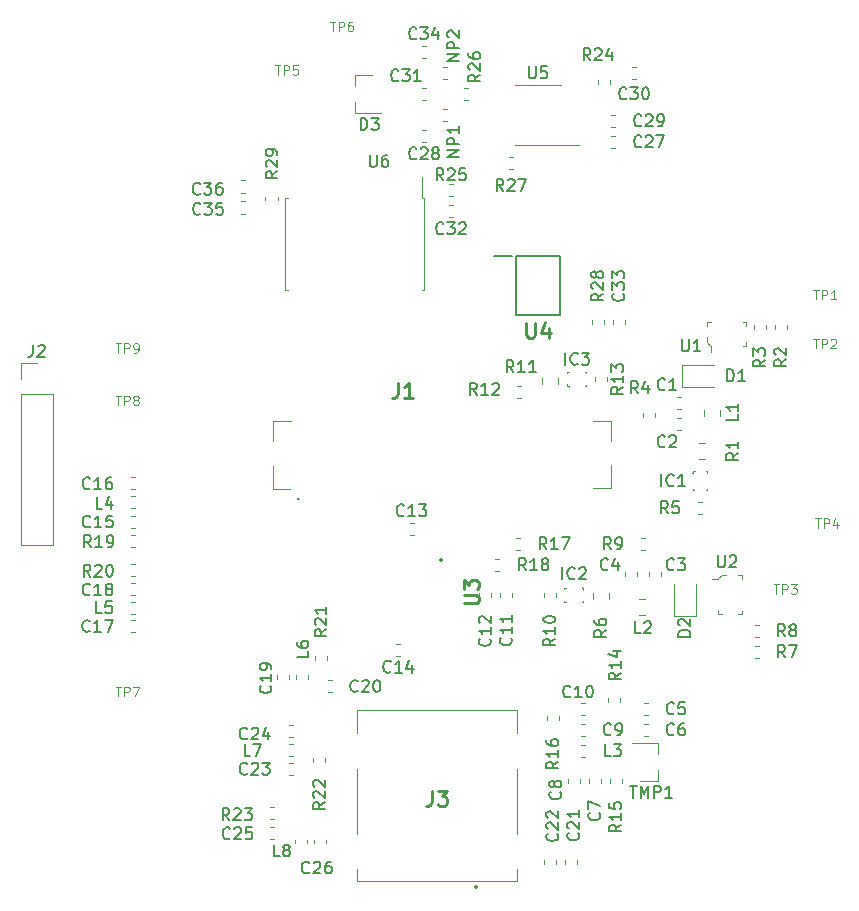
<source format=gbr>
G04 #@! TF.GenerationSoftware,KiCad,Pcbnew,(5.1.4)-1*
G04 #@! TF.CreationDate,2020-01-28T11:40:39-05:00*
G04 #@! TF.ProjectId,PDL_1920,50444c5f-3139-4323-902e-6b696361645f,rev?*
G04 #@! TF.SameCoordinates,Original*
G04 #@! TF.FileFunction,Legend,Top*
G04 #@! TF.FilePolarity,Positive*
%FSLAX46Y46*%
G04 Gerber Fmt 4.6, Leading zero omitted, Abs format (unit mm)*
G04 Created by KiCad (PCBNEW (5.1.4)-1) date 2020-01-28 11:40:39*
%MOMM*%
%LPD*%
G04 APERTURE LIST*
%ADD10C,0.120000*%
%ADD11C,0.100000*%
%ADD12C,0.200000*%
%ADD13C,0.150000*%
%ADD14C,0.090000*%
%ADD15C,0.254000*%
G04 APERTURE END LIST*
D10*
X167515000Y-148003379D02*
X167515000Y-147677821D01*
X166495000Y-148003379D02*
X166495000Y-147677821D01*
X137462800Y-105209021D02*
X137462800Y-105534579D01*
X138482800Y-105209021D02*
X138482800Y-105534579D01*
X158777621Y-122277600D02*
X159103179Y-122277600D01*
X158777621Y-121257600D02*
X159103179Y-121257600D01*
D11*
X138100000Y-129929200D02*
X139500000Y-129929200D01*
X139500000Y-129929200D02*
X139500000Y-129929200D01*
X139500000Y-129929200D02*
X138100000Y-129929200D01*
X138100000Y-129929200D02*
X138100000Y-129929200D01*
X138110000Y-125929200D02*
X138110000Y-125929200D01*
X138110000Y-125929200D02*
X138110000Y-124229200D01*
X138110000Y-124229200D02*
X138110000Y-124229200D01*
X138110000Y-124229200D02*
X138110000Y-125929200D01*
X138110000Y-124169200D02*
X139600000Y-124169200D01*
X139600000Y-124169200D02*
X139600000Y-124169200D01*
X139600000Y-124169200D02*
X138110000Y-124169200D01*
X138110000Y-124169200D02*
X138110000Y-124169200D01*
X165200000Y-124169200D02*
X166690000Y-124169200D01*
X166690000Y-124169200D02*
X166690000Y-124169200D01*
X166690000Y-124169200D02*
X165200000Y-124169200D01*
X165200000Y-124169200D02*
X165200000Y-124169200D01*
X166700000Y-124229200D02*
X166700000Y-124229200D01*
X166700000Y-124229200D02*
X166700000Y-125929200D01*
X166700000Y-125929200D02*
X166700000Y-125929200D01*
X166700000Y-125929200D02*
X166700000Y-124229200D01*
X166700000Y-127929200D02*
X166690000Y-127929200D01*
X166690000Y-127929200D02*
X166690000Y-129829200D01*
X166690000Y-129829200D02*
X166700000Y-129829200D01*
X166700000Y-129829200D02*
X166700000Y-127929200D01*
X166690000Y-129889200D02*
X165200000Y-129889200D01*
X165200000Y-129889200D02*
X165200000Y-129889200D01*
X165200000Y-129889200D02*
X166690000Y-129889200D01*
X166690000Y-129889200D02*
X166690000Y-129889200D01*
D12*
X140200000Y-130829200D02*
X140200000Y-130829200D01*
X140300000Y-130829200D02*
X140300000Y-130829200D01*
X140200000Y-130829200D02*
X140200000Y-130829200D01*
D11*
X138100000Y-128029200D02*
X138100000Y-129929200D01*
D12*
X140300000Y-130829200D02*
G75*
G02X140200000Y-130829200I-50000J0D01*
G01*
X140200000Y-130829200D02*
G75*
G02X140300000Y-130829200I50000J0D01*
G01*
X140300000Y-130829200D02*
G75*
G02X140200000Y-130829200I-50000J0D01*
G01*
X152430000Y-135984000D02*
X152430000Y-135984000D01*
X152230000Y-135984000D02*
X152230000Y-135984000D01*
X152230000Y-135984000D02*
G75*
G03X152430000Y-135984000I100000J0D01*
G01*
X152430000Y-135984000D02*
G75*
G03X152230000Y-135984000I-100000J0D01*
G01*
D11*
X163130000Y-121250000D02*
X163130000Y-121350000D01*
X164630000Y-121250000D02*
X164630000Y-121150000D01*
X164530000Y-121250000D02*
X164630000Y-121250000D01*
X164630000Y-120050000D02*
X164630000Y-120150000D01*
X164530000Y-120050000D02*
X164630000Y-120050000D01*
X163030000Y-120050000D02*
X163030000Y-120150000D01*
X163130000Y-120050000D02*
X163030000Y-120050000D01*
X163030000Y-121050000D02*
X163030000Y-121250000D01*
X163030000Y-121250000D02*
X163130000Y-121250000D01*
D12*
X155185000Y-163660000D02*
G75*
G03X155385000Y-163660000I100000J0D01*
G01*
X155385000Y-163660000D02*
G75*
G03X155185000Y-163660000I-100000J0D01*
G01*
X155385000Y-163660000D02*
X155385000Y-163660000D01*
X155185000Y-163660000D02*
X155185000Y-163660000D01*
D11*
X158785000Y-163160000D02*
X158785000Y-162160000D01*
X145185000Y-163160000D02*
X158785000Y-163160000D01*
X145185000Y-162160000D02*
X145185000Y-163160000D01*
X158785000Y-153660000D02*
X158785000Y-159160000D01*
X145185000Y-153660000D02*
X145185000Y-159160000D01*
X158785000Y-150160000D02*
X158785000Y-150660000D01*
X145185000Y-150160000D02*
X145185000Y-150660000D01*
X158785000Y-148660000D02*
X158785000Y-150160000D01*
X145185000Y-148660000D02*
X158785000Y-148660000D01*
X145185000Y-150160000D02*
X145185000Y-148660000D01*
D10*
X169860279Y-148080000D02*
X169534721Y-148080000D01*
X169860279Y-149100000D02*
X169534721Y-149100000D01*
X116780000Y-119320000D02*
X118110000Y-119320000D01*
X116780000Y-120650000D02*
X116780000Y-119320000D01*
X116780000Y-121920000D02*
X119440000Y-121920000D01*
X119440000Y-121920000D02*
X119440000Y-134680000D01*
X116780000Y-121920000D02*
X116780000Y-134680000D01*
X116780000Y-134680000D02*
X119440000Y-134680000D01*
X150674000Y-105360000D02*
X150674000Y-103545000D01*
X150919000Y-105360000D02*
X150674000Y-105360000D01*
X150919000Y-109220000D02*
X150919000Y-105360000D01*
X150919000Y-113080000D02*
X150674000Y-113080000D01*
X150919000Y-109220000D02*
X150919000Y-113080000D01*
X139149000Y-105360000D02*
X139394000Y-105360000D01*
X139149000Y-109220000D02*
X139149000Y-105360000D01*
X139149000Y-113080000D02*
X139394000Y-113080000D01*
X139149000Y-109220000D02*
X139149000Y-113080000D01*
X160528000Y-100858000D02*
X163978000Y-100858000D01*
X160528000Y-100858000D02*
X158578000Y-100858000D01*
X160528000Y-95738000D02*
X162478000Y-95738000D01*
X160528000Y-95738000D02*
X158578000Y-95738000D01*
D12*
X158678000Y-110276000D02*
X162378000Y-110276000D01*
X162378000Y-110276000D02*
X162378000Y-115276000D01*
X162378000Y-115276000D02*
X158678000Y-115276000D01*
X158678000Y-115276000D02*
X158678000Y-110276000D01*
X156853000Y-110251000D02*
X158328000Y-110251000D01*
D11*
X176109000Y-137288000D02*
X176484000Y-137288000D01*
X175784000Y-137613000D02*
X175259000Y-137613000D01*
X175784000Y-137513000D02*
X175784000Y-137613000D01*
X176109000Y-137288000D02*
X175784000Y-137513000D01*
X177784000Y-140588000D02*
X177459000Y-140588000D01*
X177784000Y-140288000D02*
X177784000Y-140588000D01*
X175784000Y-140588000D02*
X176084000Y-140588000D01*
X175784000Y-140263000D02*
X175784000Y-140588000D01*
X177784000Y-137288000D02*
X177484000Y-137288000D01*
X177784000Y-137613000D02*
X177784000Y-137288000D01*
X174880000Y-117515000D02*
X174880000Y-117140000D01*
X175205000Y-117840000D02*
X175205000Y-118365000D01*
X175105000Y-117840000D02*
X175205000Y-117840000D01*
X174880000Y-117515000D02*
X175105000Y-117840000D01*
X178180000Y-115840000D02*
X178180000Y-116165000D01*
X177880000Y-115840000D02*
X178180000Y-115840000D01*
X178180000Y-117840000D02*
X178180000Y-117540000D01*
X177855000Y-117840000D02*
X178180000Y-117840000D01*
X174880000Y-115840000D02*
X174880000Y-116140000D01*
X175205000Y-115840000D02*
X174880000Y-115840000D01*
D10*
X170670000Y-154676000D02*
X169210000Y-154676000D01*
X170670000Y-151516000D02*
X168510000Y-151516000D01*
X170670000Y-151516000D02*
X170670000Y-152446000D01*
X170670000Y-154676000D02*
X170670000Y-153746000D01*
X165098000Y-115686721D02*
X165098000Y-116012279D01*
X166118000Y-115686721D02*
X166118000Y-116012279D01*
X158079221Y-102872000D02*
X158404779Y-102872000D01*
X158079221Y-101852000D02*
X158404779Y-101852000D01*
X154569279Y-96010000D02*
X154243721Y-96010000D01*
X154569279Y-97030000D02*
X154243721Y-97030000D01*
X153299279Y-104138000D02*
X152973721Y-104138000D01*
X153299279Y-105158000D02*
X152973721Y-105158000D01*
X165606000Y-95341221D02*
X165606000Y-95666779D01*
X166626000Y-95341221D02*
X166626000Y-95666779D01*
X138211679Y-156893800D02*
X137886121Y-156893800D01*
X138211679Y-157913800D02*
X137886121Y-157913800D01*
X141488700Y-152783221D02*
X141488700Y-153108779D01*
X142508700Y-152783221D02*
X142508700Y-153108779D01*
X142686500Y-144421979D02*
X142686500Y-144096421D01*
X141666500Y-144421979D02*
X141666500Y-144096421D01*
X126100621Y-137339800D02*
X126426179Y-137339800D01*
X126100621Y-136319800D02*
X126426179Y-136319800D01*
X126075121Y-134876000D02*
X126400679Y-134876000D01*
X126075121Y-133856000D02*
X126400679Y-133856000D01*
X157236279Y-135888000D02*
X156910721Y-135888000D01*
X157236279Y-136908000D02*
X156910721Y-136908000D01*
X158688721Y-135130000D02*
X159014279Y-135130000D01*
X158688721Y-134110000D02*
X159014279Y-134110000D01*
X161288000Y-149163721D02*
X161288000Y-149489279D01*
X162308000Y-149163721D02*
X162308000Y-149489279D01*
X167642000Y-154848779D02*
X167642000Y-154523221D01*
X166622000Y-154848779D02*
X166622000Y-154523221D01*
X165352000Y-120512721D02*
X165352000Y-120838279D01*
X166372000Y-120512721D02*
X166372000Y-120838279D01*
X162254000Y-121084078D02*
X162254000Y-120566922D01*
X160834000Y-121084078D02*
X160834000Y-120566922D01*
X162054000Y-139100779D02*
X162054000Y-138775221D01*
X161034000Y-139100779D02*
X161034000Y-138775221D01*
X169606279Y-134110000D02*
X169280721Y-134110000D01*
X169606279Y-135130000D02*
X169280721Y-135130000D01*
X179258279Y-141476000D02*
X178932721Y-141476000D01*
X179258279Y-142496000D02*
X178932721Y-142496000D01*
X179207279Y-143254000D02*
X178881721Y-143254000D01*
X179207279Y-144274000D02*
X178881721Y-144274000D01*
X165152000Y-138757922D02*
X165152000Y-139275078D01*
X166572000Y-138757922D02*
X166572000Y-139275078D01*
X174406779Y-131062000D02*
X174081221Y-131062000D01*
X174406779Y-132082000D02*
X174081221Y-132082000D01*
X169416000Y-123535121D02*
X169416000Y-123860679D01*
X170436000Y-123535121D02*
X170436000Y-123860679D01*
X179834000Y-116443979D02*
X179834000Y-116118421D01*
X178814000Y-116443979D02*
X178814000Y-116118421D01*
X181612000Y-116444079D02*
X181612000Y-116118521D01*
X180592000Y-116444079D02*
X180592000Y-116118521D01*
X174160922Y-127456000D02*
X174678078Y-127456000D01*
X174160922Y-126036000D02*
X174678078Y-126036000D01*
X152791279Y-94232000D02*
X152465721Y-94232000D01*
X152791279Y-95252000D02*
X152465721Y-95252000D01*
X152465721Y-98808000D02*
X152791279Y-98808000D01*
X152465721Y-97788000D02*
X152791279Y-97788000D01*
X139952000Y-159654121D02*
X139952000Y-159979679D01*
X140972000Y-159654121D02*
X140972000Y-159979679D01*
X139761079Y-151572500D02*
X139435521Y-151572500D01*
X139761079Y-152592500D02*
X139435521Y-152592500D01*
X140066300Y-145709521D02*
X140066300Y-146035079D01*
X141086300Y-145709521D02*
X141086300Y-146035079D01*
X126095541Y-140527500D02*
X126421099Y-140527500D01*
X126095541Y-139507500D02*
X126421099Y-139507500D01*
X126075121Y-131599400D02*
X126400679Y-131599400D01*
X126075121Y-130579400D02*
X126400679Y-130579400D01*
X164149721Y-152656000D02*
X164475279Y-152656000D01*
X164149721Y-151636000D02*
X164475279Y-151636000D01*
X169598078Y-139244000D02*
X169080922Y-139244000D01*
X169598078Y-140664000D02*
X169080922Y-140664000D01*
X174550000Y-123263922D02*
X174550000Y-123781078D01*
X175970000Y-123263922D02*
X175970000Y-123781078D01*
D11*
X164276000Y-138338000D02*
X164276000Y-138238000D01*
X162776000Y-138338000D02*
X162776000Y-138438000D01*
X162876000Y-138338000D02*
X162776000Y-138338000D01*
X162776000Y-139538000D02*
X162776000Y-139438000D01*
X162876000Y-139538000D02*
X162776000Y-139538000D01*
X164376000Y-139538000D02*
X164376000Y-139438000D01*
X164276000Y-139538000D02*
X164376000Y-139538000D01*
X164376000Y-138538000D02*
X164376000Y-138338000D01*
X164376000Y-138338000D02*
X164276000Y-138338000D01*
X173644000Y-128586000D02*
X173544000Y-128586000D01*
X173644000Y-130086000D02*
X173744000Y-130086000D01*
X173644000Y-129986000D02*
X173644000Y-130086000D01*
X174844000Y-130086000D02*
X174744000Y-130086000D01*
X174844000Y-129986000D02*
X174844000Y-130086000D01*
X174844000Y-128486000D02*
X174744000Y-128486000D01*
X174844000Y-128586000D02*
X174844000Y-128486000D01*
X173844000Y-128486000D02*
X173644000Y-128486000D01*
X173644000Y-128486000D02*
X173644000Y-128586000D01*
D10*
X145052000Y-94940000D02*
X146512000Y-94940000D01*
X145052000Y-98100000D02*
X147212000Y-98100000D01*
X145052000Y-98100000D02*
X145052000Y-97170000D01*
X145052000Y-94940000D02*
X145052000Y-95870000D01*
X173934000Y-140701500D02*
X173934000Y-138016500D01*
X172014000Y-140701500D02*
X173934000Y-140701500D01*
X172014000Y-138016500D02*
X172014000Y-140701500D01*
X172734500Y-121356000D02*
X175419500Y-121356000D01*
X172734500Y-119436000D02*
X172734500Y-121356000D01*
X175419500Y-119436000D02*
X172734500Y-119436000D01*
X135422421Y-104865900D02*
X135747979Y-104865900D01*
X135422421Y-103845900D02*
X135747979Y-103845900D01*
X135747979Y-105623900D02*
X135422421Y-105623900D01*
X135747979Y-106643900D02*
X135422421Y-106643900D01*
X150687721Y-93474000D02*
X151013279Y-93474000D01*
X150687721Y-92454000D02*
X151013279Y-92454000D01*
X167896000Y-115986779D02*
X167896000Y-115661221D01*
X166876000Y-115986779D02*
X166876000Y-115661221D01*
X153024721Y-106936000D02*
X153350279Y-106936000D01*
X153024721Y-105916000D02*
X153350279Y-105916000D01*
X151064279Y-96010000D02*
X150738721Y-96010000D01*
X151064279Y-97030000D02*
X150738721Y-97030000D01*
X168518721Y-95252000D02*
X168844279Y-95252000D01*
X168518721Y-94232000D02*
X168844279Y-94232000D01*
X166689721Y-99316000D02*
X167015279Y-99316000D01*
X166689721Y-98296000D02*
X167015279Y-98296000D01*
X150738721Y-100586000D02*
X151064279Y-100586000D01*
X150738721Y-99566000D02*
X151064279Y-99566000D01*
X167066279Y-100074000D02*
X166740721Y-100074000D01*
X167066279Y-101094000D02*
X166740721Y-101094000D01*
X142623000Y-159654121D02*
X142623000Y-159979679D01*
X141603000Y-159654121D02*
X141603000Y-159979679D01*
X137886321Y-159564800D02*
X138211879Y-159564800D01*
X137886321Y-158544800D02*
X138211879Y-158544800D01*
X139761079Y-149959600D02*
X139435521Y-149959600D01*
X139761079Y-150979600D02*
X139435521Y-150979600D01*
X139435521Y-154205400D02*
X139761079Y-154205400D01*
X139435521Y-153185400D02*
X139761079Y-153185400D01*
X161034000Y-161355721D02*
X161034000Y-161681279D01*
X162054000Y-161355721D02*
X162054000Y-161681279D01*
X162812000Y-161355721D02*
X162812000Y-161681279D01*
X163832000Y-161355721D02*
X163832000Y-161681279D01*
X143088679Y-146111500D02*
X142763121Y-146111500D01*
X143088679Y-147131500D02*
X142763121Y-147131500D01*
X139448000Y-146035079D02*
X139448000Y-145709521D01*
X138428000Y-146035079D02*
X138428000Y-145709521D01*
X126426279Y-137920000D02*
X126100721Y-137920000D01*
X126426279Y-138940000D02*
X126100721Y-138940000D01*
X126100721Y-142115000D02*
X126426279Y-142115000D01*
X126100721Y-141095000D02*
X126426279Y-141095000D01*
X126075221Y-129948400D02*
X126400779Y-129948400D01*
X126075221Y-128928400D02*
X126400779Y-128928400D01*
X126400879Y-132230400D02*
X126075321Y-132230400D01*
X126400879Y-133250400D02*
X126075321Y-133250400D01*
X148866979Y-143114300D02*
X148541421Y-143114300D01*
X148866979Y-144134300D02*
X148541421Y-144134300D01*
X149997279Y-132840000D02*
X149671721Y-132840000D01*
X149997279Y-133860000D02*
X149671721Y-133860000D01*
X155573000Y-138775221D02*
X155573000Y-139100779D01*
X156593000Y-138775221D02*
X156593000Y-139100779D01*
X157351000Y-138749721D02*
X157351000Y-139075279D01*
X158371000Y-138749721D02*
X158371000Y-139075279D01*
X164200721Y-149100000D02*
X164526279Y-149100000D01*
X164200721Y-148080000D02*
X164526279Y-148080000D01*
X164200721Y-150878000D02*
X164526279Y-150878000D01*
X164200721Y-149858000D02*
X164526279Y-149858000D01*
X164086000Y-154848779D02*
X164086000Y-154523221D01*
X163066000Y-154848779D02*
X163066000Y-154523221D01*
X165864000Y-154823279D02*
X165864000Y-154497721D01*
X164844000Y-154823279D02*
X164844000Y-154497721D01*
X169860279Y-149858000D02*
X169534721Y-149858000D01*
X169860279Y-150878000D02*
X169534721Y-150878000D01*
X168912000Y-137322779D02*
X168912000Y-136997221D01*
X167892000Y-137322779D02*
X167892000Y-136997221D01*
X170944000Y-137322779D02*
X170944000Y-136997221D01*
X169924000Y-137322779D02*
X169924000Y-136997221D01*
X172654279Y-123950000D02*
X172328721Y-123950000D01*
X172654279Y-124970000D02*
X172328721Y-124970000D01*
X172654279Y-122172000D02*
X172328721Y-122172000D01*
X172654279Y-123192000D02*
X172328721Y-123192000D01*
D13*
X167533580Y-145524457D02*
X167057390Y-145857790D01*
X167533580Y-146095885D02*
X166533580Y-146095885D01*
X166533580Y-145714933D01*
X166581200Y-145619695D01*
X166628819Y-145572076D01*
X166724057Y-145524457D01*
X166866914Y-145524457D01*
X166962152Y-145572076D01*
X167009771Y-145619695D01*
X167057390Y-145714933D01*
X167057390Y-146095885D01*
X167533580Y-144572076D02*
X167533580Y-145143504D01*
X167533580Y-144857790D02*
X166533580Y-144857790D01*
X166676438Y-144953028D01*
X166771676Y-145048266D01*
X166819295Y-145143504D01*
X166866914Y-143714933D02*
X167533580Y-143714933D01*
X166485961Y-143953028D02*
X167200247Y-144191123D01*
X167200247Y-143572076D01*
D14*
X124783976Y-117633804D02*
X125241119Y-117633804D01*
X125012547Y-118433804D02*
X125012547Y-117633804D01*
X125507785Y-118433804D02*
X125507785Y-117633804D01*
X125812547Y-117633804D01*
X125888738Y-117671900D01*
X125926833Y-117709995D01*
X125964928Y-117786185D01*
X125964928Y-117900471D01*
X125926833Y-117976661D01*
X125888738Y-118014757D01*
X125812547Y-118052852D01*
X125507785Y-118052852D01*
X126345880Y-118433804D02*
X126498261Y-118433804D01*
X126574452Y-118395709D01*
X126612547Y-118357614D01*
X126688738Y-118243328D01*
X126726833Y-118090947D01*
X126726833Y-117786185D01*
X126688738Y-117709995D01*
X126650642Y-117671900D01*
X126574452Y-117633804D01*
X126422071Y-117633804D01*
X126345880Y-117671900D01*
X126307785Y-117709995D01*
X126269690Y-117786185D01*
X126269690Y-117976661D01*
X126307785Y-118052852D01*
X126345880Y-118090947D01*
X126422071Y-118129042D01*
X126574452Y-118129042D01*
X126650642Y-118090947D01*
X126688738Y-118052852D01*
X126726833Y-117976661D01*
X124771276Y-122066104D02*
X125228419Y-122066104D01*
X124999847Y-122866104D02*
X124999847Y-122066104D01*
X125495085Y-122866104D02*
X125495085Y-122066104D01*
X125799847Y-122066104D01*
X125876038Y-122104200D01*
X125914133Y-122142295D01*
X125952228Y-122218485D01*
X125952228Y-122332771D01*
X125914133Y-122408961D01*
X125876038Y-122447057D01*
X125799847Y-122485152D01*
X125495085Y-122485152D01*
X126409371Y-122408961D02*
X126333180Y-122370866D01*
X126295085Y-122332771D01*
X126256990Y-122256580D01*
X126256990Y-122218485D01*
X126295085Y-122142295D01*
X126333180Y-122104200D01*
X126409371Y-122066104D01*
X126561752Y-122066104D01*
X126637942Y-122104200D01*
X126676038Y-122142295D01*
X126714133Y-122218485D01*
X126714133Y-122256580D01*
X126676038Y-122332771D01*
X126637942Y-122370866D01*
X126561752Y-122408961D01*
X126409371Y-122408961D01*
X126333180Y-122447057D01*
X126295085Y-122485152D01*
X126256990Y-122561342D01*
X126256990Y-122713723D01*
X126295085Y-122789914D01*
X126333180Y-122828009D01*
X126409371Y-122866104D01*
X126561752Y-122866104D01*
X126637942Y-122828009D01*
X126676038Y-122789914D01*
X126714133Y-122713723D01*
X126714133Y-122561342D01*
X126676038Y-122485152D01*
X126637942Y-122447057D01*
X126561752Y-122408961D01*
X124771276Y-146704104D02*
X125228419Y-146704104D01*
X124999847Y-147504104D02*
X124999847Y-146704104D01*
X125495085Y-147504104D02*
X125495085Y-146704104D01*
X125799847Y-146704104D01*
X125876038Y-146742200D01*
X125914133Y-146780295D01*
X125952228Y-146856485D01*
X125952228Y-146970771D01*
X125914133Y-147046961D01*
X125876038Y-147085057D01*
X125799847Y-147123152D01*
X125495085Y-147123152D01*
X126218895Y-146704104D02*
X126752228Y-146704104D01*
X126409371Y-147504104D01*
X142932276Y-90417704D02*
X143389419Y-90417704D01*
X143160847Y-91217704D02*
X143160847Y-90417704D01*
X143656085Y-91217704D02*
X143656085Y-90417704D01*
X143960847Y-90417704D01*
X144037038Y-90455800D01*
X144075133Y-90493895D01*
X144113228Y-90570085D01*
X144113228Y-90684371D01*
X144075133Y-90760561D01*
X144037038Y-90798657D01*
X143960847Y-90836752D01*
X143656085Y-90836752D01*
X144798942Y-90417704D02*
X144646561Y-90417704D01*
X144570371Y-90455800D01*
X144532276Y-90493895D01*
X144456085Y-90608180D01*
X144417990Y-90760561D01*
X144417990Y-91065323D01*
X144456085Y-91141514D01*
X144494180Y-91179609D01*
X144570371Y-91217704D01*
X144722752Y-91217704D01*
X144798942Y-91179609D01*
X144837038Y-91141514D01*
X144875133Y-91065323D01*
X144875133Y-90874847D01*
X144837038Y-90798657D01*
X144798942Y-90760561D01*
X144722752Y-90722466D01*
X144570371Y-90722466D01*
X144494180Y-90760561D01*
X144456085Y-90798657D01*
X144417990Y-90874847D01*
X138271376Y-94100704D02*
X138728519Y-94100704D01*
X138499947Y-94900704D02*
X138499947Y-94100704D01*
X138995185Y-94900704D02*
X138995185Y-94100704D01*
X139299947Y-94100704D01*
X139376138Y-94138800D01*
X139414233Y-94176895D01*
X139452328Y-94253085D01*
X139452328Y-94367371D01*
X139414233Y-94443561D01*
X139376138Y-94481657D01*
X139299947Y-94519752D01*
X138995185Y-94519752D01*
X140176138Y-94100704D02*
X139795185Y-94100704D01*
X139757090Y-94481657D01*
X139795185Y-94443561D01*
X139871376Y-94405466D01*
X140061852Y-94405466D01*
X140138042Y-94443561D01*
X140176138Y-94481657D01*
X140214233Y-94557847D01*
X140214233Y-94748323D01*
X140176138Y-94824514D01*
X140138042Y-94862609D01*
X140061852Y-94900704D01*
X139871376Y-94900704D01*
X139795185Y-94862609D01*
X139757090Y-94824514D01*
X184005976Y-132462004D02*
X184463119Y-132462004D01*
X184234547Y-133262004D02*
X184234547Y-132462004D01*
X184729785Y-133262004D02*
X184729785Y-132462004D01*
X185034547Y-132462004D01*
X185110738Y-132500100D01*
X185148833Y-132538195D01*
X185186928Y-132614385D01*
X185186928Y-132728671D01*
X185148833Y-132804861D01*
X185110738Y-132842957D01*
X185034547Y-132881052D01*
X184729785Y-132881052D01*
X185872642Y-132728671D02*
X185872642Y-133262004D01*
X185682166Y-132423909D02*
X185491690Y-132995338D01*
X185986928Y-132995338D01*
X180486176Y-138017304D02*
X180943319Y-138017304D01*
X180714747Y-138817304D02*
X180714747Y-138017304D01*
X181209985Y-138817304D02*
X181209985Y-138017304D01*
X181514747Y-138017304D01*
X181590938Y-138055400D01*
X181629033Y-138093495D01*
X181667128Y-138169685D01*
X181667128Y-138283971D01*
X181629033Y-138360161D01*
X181590938Y-138398257D01*
X181514747Y-138436352D01*
X181209985Y-138436352D01*
X181933795Y-138017304D02*
X182429033Y-138017304D01*
X182162366Y-138322066D01*
X182276652Y-138322066D01*
X182352842Y-138360161D01*
X182390938Y-138398257D01*
X182429033Y-138474447D01*
X182429033Y-138664923D01*
X182390938Y-138741114D01*
X182352842Y-138779209D01*
X182276652Y-138817304D01*
X182048080Y-138817304D01*
X181971890Y-138779209D01*
X181933795Y-138741114D01*
X183853576Y-117234704D02*
X184310719Y-117234704D01*
X184082147Y-118034704D02*
X184082147Y-117234704D01*
X184577385Y-118034704D02*
X184577385Y-117234704D01*
X184882147Y-117234704D01*
X184958338Y-117272800D01*
X184996433Y-117310895D01*
X185034528Y-117387085D01*
X185034528Y-117501371D01*
X184996433Y-117577561D01*
X184958338Y-117615657D01*
X184882147Y-117653752D01*
X184577385Y-117653752D01*
X185339290Y-117310895D02*
X185377385Y-117272800D01*
X185453576Y-117234704D01*
X185644052Y-117234704D01*
X185720242Y-117272800D01*
X185758338Y-117310895D01*
X185796433Y-117387085D01*
X185796433Y-117463276D01*
X185758338Y-117577561D01*
X185301195Y-118034704D01*
X185796433Y-118034704D01*
X183853576Y-113119904D02*
X184310719Y-113119904D01*
X184082147Y-113919904D02*
X184082147Y-113119904D01*
X184577385Y-113919904D02*
X184577385Y-113119904D01*
X184882147Y-113119904D01*
X184958338Y-113158000D01*
X184996433Y-113196095D01*
X185034528Y-113272285D01*
X185034528Y-113386571D01*
X184996433Y-113462761D01*
X184958338Y-113500857D01*
X184882147Y-113538952D01*
X184577385Y-113538952D01*
X185796433Y-113919904D02*
X185339290Y-113919904D01*
X185567861Y-113919904D02*
X185567861Y-113119904D01*
X185491671Y-113234190D01*
X185415480Y-113310380D01*
X185339290Y-113348476D01*
D13*
X138475980Y-103081057D02*
X137999790Y-103414390D01*
X138475980Y-103652485D02*
X137475980Y-103652485D01*
X137475980Y-103271533D01*
X137523600Y-103176295D01*
X137571219Y-103128676D01*
X137666457Y-103081057D01*
X137809314Y-103081057D01*
X137904552Y-103128676D01*
X137952171Y-103176295D01*
X137999790Y-103271533D01*
X137999790Y-103652485D01*
X137571219Y-102700104D02*
X137523600Y-102652485D01*
X137475980Y-102557247D01*
X137475980Y-102319152D01*
X137523600Y-102223914D01*
X137571219Y-102176295D01*
X137666457Y-102128676D01*
X137761695Y-102128676D01*
X137904552Y-102176295D01*
X138475980Y-102747723D01*
X138475980Y-102128676D01*
X138475980Y-101652485D02*
X138475980Y-101462009D01*
X138428361Y-101366771D01*
X138380742Y-101319152D01*
X138237885Y-101223914D01*
X138047409Y-101176295D01*
X137666457Y-101176295D01*
X137571219Y-101223914D01*
X137523600Y-101271533D01*
X137475980Y-101366771D01*
X137475980Y-101557247D01*
X137523600Y-101652485D01*
X137571219Y-101700104D01*
X137666457Y-101747723D01*
X137904552Y-101747723D01*
X137999790Y-101700104D01*
X138047409Y-101652485D01*
X138095028Y-101557247D01*
X138095028Y-101366771D01*
X138047409Y-101271533D01*
X137999790Y-101223914D01*
X137904552Y-101176295D01*
X155351242Y-121991380D02*
X155017909Y-121515190D01*
X154779814Y-121991380D02*
X154779814Y-120991380D01*
X155160766Y-120991380D01*
X155256004Y-121039000D01*
X155303623Y-121086619D01*
X155351242Y-121181857D01*
X155351242Y-121324714D01*
X155303623Y-121419952D01*
X155256004Y-121467571D01*
X155160766Y-121515190D01*
X154779814Y-121515190D01*
X156303623Y-121991380D02*
X155732195Y-121991380D01*
X156017909Y-121991380D02*
X156017909Y-120991380D01*
X155922671Y-121134238D01*
X155827433Y-121229476D01*
X155732195Y-121277095D01*
X156684576Y-121086619D02*
X156732195Y-121039000D01*
X156827433Y-120991380D01*
X157065528Y-120991380D01*
X157160766Y-121039000D01*
X157208385Y-121086619D01*
X157256004Y-121181857D01*
X157256004Y-121277095D01*
X157208385Y-121419952D01*
X156636957Y-121991380D01*
X157256004Y-121991380D01*
D15*
X148674666Y-120970523D02*
X148674666Y-121877666D01*
X148614190Y-122059095D01*
X148493238Y-122180047D01*
X148311809Y-122240523D01*
X148190857Y-122240523D01*
X149944666Y-122240523D02*
X149218952Y-122240523D01*
X149581809Y-122240523D02*
X149581809Y-120970523D01*
X149460857Y-121151952D01*
X149339904Y-121272904D01*
X149218952Y-121333380D01*
X154244523Y-139651619D02*
X155272619Y-139651619D01*
X155393571Y-139591142D01*
X155454047Y-139530666D01*
X155514523Y-139409714D01*
X155514523Y-139167809D01*
X155454047Y-139046857D01*
X155393571Y-138986380D01*
X155272619Y-138925904D01*
X154244523Y-138925904D01*
X154244523Y-138442095D02*
X154244523Y-137655904D01*
X154728333Y-138079238D01*
X154728333Y-137897809D01*
X154788809Y-137776857D01*
X154849285Y-137716380D01*
X154970238Y-137655904D01*
X155272619Y-137655904D01*
X155393571Y-137716380D01*
X155454047Y-137776857D01*
X155514523Y-137897809D01*
X155514523Y-138260666D01*
X155454047Y-138381619D01*
X155393571Y-138442095D01*
D13*
X162853809Y-119442380D02*
X162853809Y-118442380D01*
X163901428Y-119347142D02*
X163853809Y-119394761D01*
X163710952Y-119442380D01*
X163615714Y-119442380D01*
X163472857Y-119394761D01*
X163377619Y-119299523D01*
X163330000Y-119204285D01*
X163282380Y-119013809D01*
X163282380Y-118870952D01*
X163330000Y-118680476D01*
X163377619Y-118585238D01*
X163472857Y-118490000D01*
X163615714Y-118442380D01*
X163710952Y-118442380D01*
X163853809Y-118490000D01*
X163901428Y-118537619D01*
X164234761Y-118442380D02*
X164853809Y-118442380D01*
X164520476Y-118823333D01*
X164663333Y-118823333D01*
X164758571Y-118870952D01*
X164806190Y-118918571D01*
X164853809Y-119013809D01*
X164853809Y-119251904D01*
X164806190Y-119347142D01*
X164758571Y-119394761D01*
X164663333Y-119442380D01*
X164377619Y-119442380D01*
X164282380Y-119394761D01*
X164234761Y-119347142D01*
D15*
X151561666Y-155514523D02*
X151561666Y-156421666D01*
X151501190Y-156603095D01*
X151380238Y-156724047D01*
X151198809Y-156784523D01*
X151077857Y-156784523D01*
X152045476Y-155514523D02*
X152831666Y-155514523D01*
X152408333Y-155998333D01*
X152589761Y-155998333D01*
X152710714Y-156058809D01*
X152771190Y-156119285D01*
X152831666Y-156240238D01*
X152831666Y-156542619D01*
X152771190Y-156663571D01*
X152710714Y-156724047D01*
X152589761Y-156784523D01*
X152226904Y-156784523D01*
X152105952Y-156724047D01*
X152045476Y-156663571D01*
D13*
X172045333Y-148947142D02*
X171997714Y-148994761D01*
X171854857Y-149042380D01*
X171759619Y-149042380D01*
X171616761Y-148994761D01*
X171521523Y-148899523D01*
X171473904Y-148804285D01*
X171426285Y-148613809D01*
X171426285Y-148470952D01*
X171473904Y-148280476D01*
X171521523Y-148185238D01*
X171616761Y-148090000D01*
X171759619Y-148042380D01*
X171854857Y-148042380D01*
X171997714Y-148090000D01*
X172045333Y-148137619D01*
X172950095Y-148042380D02*
X172473904Y-148042380D01*
X172426285Y-148518571D01*
X172473904Y-148470952D01*
X172569142Y-148423333D01*
X172807238Y-148423333D01*
X172902476Y-148470952D01*
X172950095Y-148518571D01*
X172997714Y-148613809D01*
X172997714Y-148851904D01*
X172950095Y-148947142D01*
X172902476Y-148994761D01*
X172807238Y-149042380D01*
X172569142Y-149042380D01*
X172473904Y-148994761D01*
X172426285Y-148947142D01*
X117776666Y-117772380D02*
X117776666Y-118486666D01*
X117729047Y-118629523D01*
X117633809Y-118724761D01*
X117490952Y-118772380D01*
X117395714Y-118772380D01*
X118205238Y-117867619D02*
X118252857Y-117820000D01*
X118348095Y-117772380D01*
X118586190Y-117772380D01*
X118681428Y-117820000D01*
X118729047Y-117867619D01*
X118776666Y-117962857D01*
X118776666Y-118058095D01*
X118729047Y-118200952D01*
X118157619Y-118772380D01*
X118776666Y-118772380D01*
X146304095Y-101687380D02*
X146304095Y-102496904D01*
X146351714Y-102592142D01*
X146399333Y-102639761D01*
X146494571Y-102687380D01*
X146685047Y-102687380D01*
X146780285Y-102639761D01*
X146827904Y-102592142D01*
X146875523Y-102496904D01*
X146875523Y-101687380D01*
X147780285Y-101687380D02*
X147589809Y-101687380D01*
X147494571Y-101735000D01*
X147446952Y-101782619D01*
X147351714Y-101925476D01*
X147304095Y-102115952D01*
X147304095Y-102496904D01*
X147351714Y-102592142D01*
X147399333Y-102639761D01*
X147494571Y-102687380D01*
X147685047Y-102687380D01*
X147780285Y-102639761D01*
X147827904Y-102592142D01*
X147875523Y-102496904D01*
X147875523Y-102258809D01*
X147827904Y-102163571D01*
X147780285Y-102115952D01*
X147685047Y-102068333D01*
X147494571Y-102068333D01*
X147399333Y-102115952D01*
X147351714Y-102163571D01*
X147304095Y-102258809D01*
X159766095Y-94194380D02*
X159766095Y-95003904D01*
X159813714Y-95099142D01*
X159861333Y-95146761D01*
X159956571Y-95194380D01*
X160147047Y-95194380D01*
X160242285Y-95146761D01*
X160289904Y-95099142D01*
X160337523Y-95003904D01*
X160337523Y-94194380D01*
X161289904Y-94194380D02*
X160813714Y-94194380D01*
X160766095Y-94670571D01*
X160813714Y-94622952D01*
X160908952Y-94575333D01*
X161147047Y-94575333D01*
X161242285Y-94622952D01*
X161289904Y-94670571D01*
X161337523Y-94765809D01*
X161337523Y-95003904D01*
X161289904Y-95099142D01*
X161242285Y-95146761D01*
X161147047Y-95194380D01*
X160908952Y-95194380D01*
X160813714Y-95146761D01*
X160766095Y-95099142D01*
D15*
X159560380Y-115890523D02*
X159560380Y-116918619D01*
X159620857Y-117039571D01*
X159681333Y-117100047D01*
X159802285Y-117160523D01*
X160044190Y-117160523D01*
X160165142Y-117100047D01*
X160225619Y-117039571D01*
X160286095Y-116918619D01*
X160286095Y-115890523D01*
X161435142Y-116313857D02*
X161435142Y-117160523D01*
X161132761Y-115830047D02*
X160830380Y-116737190D01*
X161616571Y-116737190D01*
D13*
X175768095Y-135596380D02*
X175768095Y-136405904D01*
X175815714Y-136501142D01*
X175863333Y-136548761D01*
X175958571Y-136596380D01*
X176149047Y-136596380D01*
X176244285Y-136548761D01*
X176291904Y-136501142D01*
X176339523Y-136405904D01*
X176339523Y-135596380D01*
X176768095Y-135691619D02*
X176815714Y-135644000D01*
X176910952Y-135596380D01*
X177149047Y-135596380D01*
X177244285Y-135644000D01*
X177291904Y-135691619D01*
X177339523Y-135786857D01*
X177339523Y-135882095D01*
X177291904Y-136024952D01*
X176720476Y-136596380D01*
X177339523Y-136596380D01*
X172720095Y-117308380D02*
X172720095Y-118117904D01*
X172767714Y-118213142D01*
X172815333Y-118260761D01*
X172910571Y-118308380D01*
X173101047Y-118308380D01*
X173196285Y-118260761D01*
X173243904Y-118213142D01*
X173291523Y-118117904D01*
X173291523Y-117308380D01*
X174291523Y-118308380D02*
X173720095Y-118308380D01*
X174005809Y-118308380D02*
X174005809Y-117308380D01*
X173910571Y-117451238D01*
X173815333Y-117546476D01*
X173720095Y-117594095D01*
X168314666Y-155088380D02*
X168886095Y-155088380D01*
X168600380Y-156088380D02*
X168600380Y-155088380D01*
X169219428Y-156088380D02*
X169219428Y-155088380D01*
X169552761Y-155802666D01*
X169886095Y-155088380D01*
X169886095Y-156088380D01*
X170362285Y-156088380D02*
X170362285Y-155088380D01*
X170743238Y-155088380D01*
X170838476Y-155136000D01*
X170886095Y-155183619D01*
X170933714Y-155278857D01*
X170933714Y-155421714D01*
X170886095Y-155516952D01*
X170838476Y-155564571D01*
X170743238Y-155612190D01*
X170362285Y-155612190D01*
X171886095Y-156088380D02*
X171314666Y-156088380D01*
X171600380Y-156088380D02*
X171600380Y-155088380D01*
X171505142Y-155231238D01*
X171409904Y-155326476D01*
X171314666Y-155374095D01*
X166060380Y-113418857D02*
X165584190Y-113752190D01*
X166060380Y-113990285D02*
X165060380Y-113990285D01*
X165060380Y-113609333D01*
X165108000Y-113514095D01*
X165155619Y-113466476D01*
X165250857Y-113418857D01*
X165393714Y-113418857D01*
X165488952Y-113466476D01*
X165536571Y-113514095D01*
X165584190Y-113609333D01*
X165584190Y-113990285D01*
X165155619Y-113037904D02*
X165108000Y-112990285D01*
X165060380Y-112895047D01*
X165060380Y-112656952D01*
X165108000Y-112561714D01*
X165155619Y-112514095D01*
X165250857Y-112466476D01*
X165346095Y-112466476D01*
X165488952Y-112514095D01*
X166060380Y-113085523D01*
X166060380Y-112466476D01*
X165488952Y-111895047D02*
X165441333Y-111990285D01*
X165393714Y-112037904D01*
X165298476Y-112085523D01*
X165250857Y-112085523D01*
X165155619Y-112037904D01*
X165108000Y-111990285D01*
X165060380Y-111895047D01*
X165060380Y-111704571D01*
X165108000Y-111609333D01*
X165155619Y-111561714D01*
X165250857Y-111514095D01*
X165298476Y-111514095D01*
X165393714Y-111561714D01*
X165441333Y-111609333D01*
X165488952Y-111704571D01*
X165488952Y-111895047D01*
X165536571Y-111990285D01*
X165584190Y-112037904D01*
X165679428Y-112085523D01*
X165869904Y-112085523D01*
X165965142Y-112037904D01*
X166012761Y-111990285D01*
X166060380Y-111895047D01*
X166060380Y-111704571D01*
X166012761Y-111609333D01*
X165965142Y-111561714D01*
X165869904Y-111514095D01*
X165679428Y-111514095D01*
X165584190Y-111561714D01*
X165536571Y-111609333D01*
X165488952Y-111704571D01*
X157599142Y-104719380D02*
X157265809Y-104243190D01*
X157027714Y-104719380D02*
X157027714Y-103719380D01*
X157408666Y-103719380D01*
X157503904Y-103767000D01*
X157551523Y-103814619D01*
X157599142Y-103909857D01*
X157599142Y-104052714D01*
X157551523Y-104147952D01*
X157503904Y-104195571D01*
X157408666Y-104243190D01*
X157027714Y-104243190D01*
X157980095Y-103814619D02*
X158027714Y-103767000D01*
X158122952Y-103719380D01*
X158361047Y-103719380D01*
X158456285Y-103767000D01*
X158503904Y-103814619D01*
X158551523Y-103909857D01*
X158551523Y-104005095D01*
X158503904Y-104147952D01*
X157932476Y-104719380D01*
X158551523Y-104719380D01*
X158884857Y-103719380D02*
X159551523Y-103719380D01*
X159122952Y-104719380D01*
X155646380Y-94876857D02*
X155170190Y-95210190D01*
X155646380Y-95448285D02*
X154646380Y-95448285D01*
X154646380Y-95067333D01*
X154694000Y-94972095D01*
X154741619Y-94924476D01*
X154836857Y-94876857D01*
X154979714Y-94876857D01*
X155074952Y-94924476D01*
X155122571Y-94972095D01*
X155170190Y-95067333D01*
X155170190Y-95448285D01*
X154741619Y-94495904D02*
X154694000Y-94448285D01*
X154646380Y-94353047D01*
X154646380Y-94114952D01*
X154694000Y-94019714D01*
X154741619Y-93972095D01*
X154836857Y-93924476D01*
X154932095Y-93924476D01*
X155074952Y-93972095D01*
X155646380Y-94543523D01*
X155646380Y-93924476D01*
X154646380Y-93067333D02*
X154646380Y-93257809D01*
X154694000Y-93353047D01*
X154741619Y-93400666D01*
X154884476Y-93495904D01*
X155074952Y-93543523D01*
X155455904Y-93543523D01*
X155551142Y-93495904D01*
X155598761Y-93448285D01*
X155646380Y-93353047D01*
X155646380Y-93162571D01*
X155598761Y-93067333D01*
X155551142Y-93019714D01*
X155455904Y-92972095D01*
X155217809Y-92972095D01*
X155122571Y-93019714D01*
X155074952Y-93067333D01*
X155027333Y-93162571D01*
X155027333Y-93353047D01*
X155074952Y-93448285D01*
X155122571Y-93495904D01*
X155217809Y-93543523D01*
X152519142Y-103830380D02*
X152185809Y-103354190D01*
X151947714Y-103830380D02*
X151947714Y-102830380D01*
X152328666Y-102830380D01*
X152423904Y-102878000D01*
X152471523Y-102925619D01*
X152519142Y-103020857D01*
X152519142Y-103163714D01*
X152471523Y-103258952D01*
X152423904Y-103306571D01*
X152328666Y-103354190D01*
X151947714Y-103354190D01*
X152900095Y-102925619D02*
X152947714Y-102878000D01*
X153042952Y-102830380D01*
X153281047Y-102830380D01*
X153376285Y-102878000D01*
X153423904Y-102925619D01*
X153471523Y-103020857D01*
X153471523Y-103116095D01*
X153423904Y-103258952D01*
X152852476Y-103830380D01*
X153471523Y-103830380D01*
X154376285Y-102830380D02*
X153900095Y-102830380D01*
X153852476Y-103306571D01*
X153900095Y-103258952D01*
X153995333Y-103211333D01*
X154233428Y-103211333D01*
X154328666Y-103258952D01*
X154376285Y-103306571D01*
X154423904Y-103401809D01*
X154423904Y-103639904D01*
X154376285Y-103735142D01*
X154328666Y-103782761D01*
X154233428Y-103830380D01*
X153995333Y-103830380D01*
X153900095Y-103782761D01*
X153852476Y-103735142D01*
X164965142Y-93670380D02*
X164631809Y-93194190D01*
X164393714Y-93670380D02*
X164393714Y-92670380D01*
X164774666Y-92670380D01*
X164869904Y-92718000D01*
X164917523Y-92765619D01*
X164965142Y-92860857D01*
X164965142Y-93003714D01*
X164917523Y-93098952D01*
X164869904Y-93146571D01*
X164774666Y-93194190D01*
X164393714Y-93194190D01*
X165346095Y-92765619D02*
X165393714Y-92718000D01*
X165488952Y-92670380D01*
X165727047Y-92670380D01*
X165822285Y-92718000D01*
X165869904Y-92765619D01*
X165917523Y-92860857D01*
X165917523Y-92956095D01*
X165869904Y-93098952D01*
X165298476Y-93670380D01*
X165917523Y-93670380D01*
X166774666Y-93003714D02*
X166774666Y-93670380D01*
X166536571Y-92622761D02*
X166298476Y-93337047D01*
X166917523Y-93337047D01*
X134408942Y-158008580D02*
X134075609Y-157532390D01*
X133837514Y-158008580D02*
X133837514Y-157008580D01*
X134218466Y-157008580D01*
X134313704Y-157056200D01*
X134361323Y-157103819D01*
X134408942Y-157199057D01*
X134408942Y-157341914D01*
X134361323Y-157437152D01*
X134313704Y-157484771D01*
X134218466Y-157532390D01*
X133837514Y-157532390D01*
X134789895Y-157103819D02*
X134837514Y-157056200D01*
X134932752Y-157008580D01*
X135170847Y-157008580D01*
X135266085Y-157056200D01*
X135313704Y-157103819D01*
X135361323Y-157199057D01*
X135361323Y-157294295D01*
X135313704Y-157437152D01*
X134742276Y-158008580D01*
X135361323Y-158008580D01*
X135694657Y-157008580D02*
X136313704Y-157008580D01*
X135980371Y-157389533D01*
X136123228Y-157389533D01*
X136218466Y-157437152D01*
X136266085Y-157484771D01*
X136313704Y-157580009D01*
X136313704Y-157818104D01*
X136266085Y-157913342D01*
X136218466Y-157960961D01*
X136123228Y-158008580D01*
X135837514Y-158008580D01*
X135742276Y-157960961D01*
X135694657Y-157913342D01*
X142489180Y-156497257D02*
X142012990Y-156830590D01*
X142489180Y-157068685D02*
X141489180Y-157068685D01*
X141489180Y-156687733D01*
X141536800Y-156592495D01*
X141584419Y-156544876D01*
X141679657Y-156497257D01*
X141822514Y-156497257D01*
X141917752Y-156544876D01*
X141965371Y-156592495D01*
X142012990Y-156687733D01*
X142012990Y-157068685D01*
X141584419Y-156116304D02*
X141536800Y-156068685D01*
X141489180Y-155973447D01*
X141489180Y-155735352D01*
X141536800Y-155640114D01*
X141584419Y-155592495D01*
X141679657Y-155544876D01*
X141774895Y-155544876D01*
X141917752Y-155592495D01*
X142489180Y-156163923D01*
X142489180Y-155544876D01*
X141584419Y-155163923D02*
X141536800Y-155116304D01*
X141489180Y-155021066D01*
X141489180Y-154782971D01*
X141536800Y-154687733D01*
X141584419Y-154640114D01*
X141679657Y-154592495D01*
X141774895Y-154592495D01*
X141917752Y-154640114D01*
X142489180Y-155211542D01*
X142489180Y-154592495D01*
X142628880Y-141854057D02*
X142152690Y-142187390D01*
X142628880Y-142425485D02*
X141628880Y-142425485D01*
X141628880Y-142044533D01*
X141676500Y-141949295D01*
X141724119Y-141901676D01*
X141819357Y-141854057D01*
X141962214Y-141854057D01*
X142057452Y-141901676D01*
X142105071Y-141949295D01*
X142152690Y-142044533D01*
X142152690Y-142425485D01*
X141724119Y-141473104D02*
X141676500Y-141425485D01*
X141628880Y-141330247D01*
X141628880Y-141092152D01*
X141676500Y-140996914D01*
X141724119Y-140949295D01*
X141819357Y-140901676D01*
X141914595Y-140901676D01*
X142057452Y-140949295D01*
X142628880Y-141520723D01*
X142628880Y-140901676D01*
X142628880Y-139949295D02*
X142628880Y-140520723D01*
X142628880Y-140235009D02*
X141628880Y-140235009D01*
X141771738Y-140330247D01*
X141866976Y-140425485D01*
X141914595Y-140520723D01*
X122648742Y-137383780D02*
X122315409Y-136907590D01*
X122077314Y-137383780D02*
X122077314Y-136383780D01*
X122458266Y-136383780D01*
X122553504Y-136431400D01*
X122601123Y-136479019D01*
X122648742Y-136574257D01*
X122648742Y-136717114D01*
X122601123Y-136812352D01*
X122553504Y-136859971D01*
X122458266Y-136907590D01*
X122077314Y-136907590D01*
X123029695Y-136479019D02*
X123077314Y-136431400D01*
X123172552Y-136383780D01*
X123410647Y-136383780D01*
X123505885Y-136431400D01*
X123553504Y-136479019D01*
X123601123Y-136574257D01*
X123601123Y-136669495D01*
X123553504Y-136812352D01*
X122982076Y-137383780D01*
X123601123Y-137383780D01*
X124220171Y-136383780D02*
X124315409Y-136383780D01*
X124410647Y-136431400D01*
X124458266Y-136479019D01*
X124505885Y-136574257D01*
X124553504Y-136764733D01*
X124553504Y-137002828D01*
X124505885Y-137193304D01*
X124458266Y-137288542D01*
X124410647Y-137336161D01*
X124315409Y-137383780D01*
X124220171Y-137383780D01*
X124124933Y-137336161D01*
X124077314Y-137288542D01*
X124029695Y-137193304D01*
X123982076Y-137002828D01*
X123982076Y-136764733D01*
X124029695Y-136574257D01*
X124077314Y-136479019D01*
X124124933Y-136431400D01*
X124220171Y-136383780D01*
X122674142Y-134894580D02*
X122340809Y-134418390D01*
X122102714Y-134894580D02*
X122102714Y-133894580D01*
X122483666Y-133894580D01*
X122578904Y-133942200D01*
X122626523Y-133989819D01*
X122674142Y-134085057D01*
X122674142Y-134227914D01*
X122626523Y-134323152D01*
X122578904Y-134370771D01*
X122483666Y-134418390D01*
X122102714Y-134418390D01*
X123626523Y-134894580D02*
X123055095Y-134894580D01*
X123340809Y-134894580D02*
X123340809Y-133894580D01*
X123245571Y-134037438D01*
X123150333Y-134132676D01*
X123055095Y-134180295D01*
X124102714Y-134894580D02*
X124293190Y-134894580D01*
X124388428Y-134846961D01*
X124436047Y-134799342D01*
X124531285Y-134656485D01*
X124578904Y-134466009D01*
X124578904Y-134085057D01*
X124531285Y-133989819D01*
X124483666Y-133942200D01*
X124388428Y-133894580D01*
X124197952Y-133894580D01*
X124102714Y-133942200D01*
X124055095Y-133989819D01*
X124007476Y-134085057D01*
X124007476Y-134323152D01*
X124055095Y-134418390D01*
X124102714Y-134466009D01*
X124197952Y-134513628D01*
X124388428Y-134513628D01*
X124483666Y-134466009D01*
X124531285Y-134418390D01*
X124578904Y-134323152D01*
X159504142Y-136850380D02*
X159170809Y-136374190D01*
X158932714Y-136850380D02*
X158932714Y-135850380D01*
X159313666Y-135850380D01*
X159408904Y-135898000D01*
X159456523Y-135945619D01*
X159504142Y-136040857D01*
X159504142Y-136183714D01*
X159456523Y-136278952D01*
X159408904Y-136326571D01*
X159313666Y-136374190D01*
X158932714Y-136374190D01*
X160456523Y-136850380D02*
X159885095Y-136850380D01*
X160170809Y-136850380D02*
X160170809Y-135850380D01*
X160075571Y-135993238D01*
X159980333Y-136088476D01*
X159885095Y-136136095D01*
X161027952Y-136278952D02*
X160932714Y-136231333D01*
X160885095Y-136183714D01*
X160837476Y-136088476D01*
X160837476Y-136040857D01*
X160885095Y-135945619D01*
X160932714Y-135898000D01*
X161027952Y-135850380D01*
X161218428Y-135850380D01*
X161313666Y-135898000D01*
X161361285Y-135945619D01*
X161408904Y-136040857D01*
X161408904Y-136088476D01*
X161361285Y-136183714D01*
X161313666Y-136231333D01*
X161218428Y-136278952D01*
X161027952Y-136278952D01*
X160932714Y-136326571D01*
X160885095Y-136374190D01*
X160837476Y-136469428D01*
X160837476Y-136659904D01*
X160885095Y-136755142D01*
X160932714Y-136802761D01*
X161027952Y-136850380D01*
X161218428Y-136850380D01*
X161313666Y-136802761D01*
X161361285Y-136755142D01*
X161408904Y-136659904D01*
X161408904Y-136469428D01*
X161361285Y-136374190D01*
X161313666Y-136326571D01*
X161218428Y-136278952D01*
X161256642Y-135072380D02*
X160923309Y-134596190D01*
X160685214Y-135072380D02*
X160685214Y-134072380D01*
X161066166Y-134072380D01*
X161161404Y-134120000D01*
X161209023Y-134167619D01*
X161256642Y-134262857D01*
X161256642Y-134405714D01*
X161209023Y-134500952D01*
X161161404Y-134548571D01*
X161066166Y-134596190D01*
X160685214Y-134596190D01*
X162209023Y-135072380D02*
X161637595Y-135072380D01*
X161923309Y-135072380D02*
X161923309Y-134072380D01*
X161828071Y-134215238D01*
X161732833Y-134310476D01*
X161637595Y-134358095D01*
X162542357Y-134072380D02*
X163209023Y-134072380D01*
X162780452Y-135072380D01*
X162250380Y-153042857D02*
X161774190Y-153376190D01*
X162250380Y-153614285D02*
X161250380Y-153614285D01*
X161250380Y-153233333D01*
X161298000Y-153138095D01*
X161345619Y-153090476D01*
X161440857Y-153042857D01*
X161583714Y-153042857D01*
X161678952Y-153090476D01*
X161726571Y-153138095D01*
X161774190Y-153233333D01*
X161774190Y-153614285D01*
X162250380Y-152090476D02*
X162250380Y-152661904D01*
X162250380Y-152376190D02*
X161250380Y-152376190D01*
X161393238Y-152471428D01*
X161488476Y-152566666D01*
X161536095Y-152661904D01*
X161250380Y-151233333D02*
X161250380Y-151423809D01*
X161298000Y-151519047D01*
X161345619Y-151566666D01*
X161488476Y-151661904D01*
X161678952Y-151709523D01*
X162059904Y-151709523D01*
X162155142Y-151661904D01*
X162202761Y-151614285D01*
X162250380Y-151519047D01*
X162250380Y-151328571D01*
X162202761Y-151233333D01*
X162155142Y-151185714D01*
X162059904Y-151138095D01*
X161821809Y-151138095D01*
X161726571Y-151185714D01*
X161678952Y-151233333D01*
X161631333Y-151328571D01*
X161631333Y-151519047D01*
X161678952Y-151614285D01*
X161726571Y-151661904D01*
X161821809Y-151709523D01*
X167584380Y-158376857D02*
X167108190Y-158710190D01*
X167584380Y-158948285D02*
X166584380Y-158948285D01*
X166584380Y-158567333D01*
X166632000Y-158472095D01*
X166679619Y-158424476D01*
X166774857Y-158376857D01*
X166917714Y-158376857D01*
X167012952Y-158424476D01*
X167060571Y-158472095D01*
X167108190Y-158567333D01*
X167108190Y-158948285D01*
X167584380Y-157424476D02*
X167584380Y-157995904D01*
X167584380Y-157710190D02*
X166584380Y-157710190D01*
X166727238Y-157805428D01*
X166822476Y-157900666D01*
X166870095Y-157995904D01*
X166584380Y-156519714D02*
X166584380Y-156995904D01*
X167060571Y-157043523D01*
X167012952Y-156995904D01*
X166965333Y-156900666D01*
X166965333Y-156662571D01*
X167012952Y-156567333D01*
X167060571Y-156519714D01*
X167155809Y-156472095D01*
X167393904Y-156472095D01*
X167489142Y-156519714D01*
X167536761Y-156567333D01*
X167584380Y-156662571D01*
X167584380Y-156900666D01*
X167536761Y-156995904D01*
X167489142Y-157043523D01*
X167744380Y-121318357D02*
X167268190Y-121651690D01*
X167744380Y-121889785D02*
X166744380Y-121889785D01*
X166744380Y-121508833D01*
X166792000Y-121413595D01*
X166839619Y-121365976D01*
X166934857Y-121318357D01*
X167077714Y-121318357D01*
X167172952Y-121365976D01*
X167220571Y-121413595D01*
X167268190Y-121508833D01*
X167268190Y-121889785D01*
X167744380Y-120365976D02*
X167744380Y-120937404D01*
X167744380Y-120651690D02*
X166744380Y-120651690D01*
X166887238Y-120746928D01*
X166982476Y-120842166D01*
X167030095Y-120937404D01*
X166744380Y-120032642D02*
X166744380Y-119413595D01*
X167125333Y-119746928D01*
X167125333Y-119604071D01*
X167172952Y-119508833D01*
X167220571Y-119461214D01*
X167315809Y-119413595D01*
X167553904Y-119413595D01*
X167649142Y-119461214D01*
X167696761Y-119508833D01*
X167744380Y-119604071D01*
X167744380Y-119889785D01*
X167696761Y-119985023D01*
X167649142Y-120032642D01*
X158462742Y-120086380D02*
X158129409Y-119610190D01*
X157891314Y-120086380D02*
X157891314Y-119086380D01*
X158272266Y-119086380D01*
X158367504Y-119134000D01*
X158415123Y-119181619D01*
X158462742Y-119276857D01*
X158462742Y-119419714D01*
X158415123Y-119514952D01*
X158367504Y-119562571D01*
X158272266Y-119610190D01*
X157891314Y-119610190D01*
X159415123Y-120086380D02*
X158843695Y-120086380D01*
X159129409Y-120086380D02*
X159129409Y-119086380D01*
X159034171Y-119229238D01*
X158938933Y-119324476D01*
X158843695Y-119372095D01*
X160367504Y-120086380D02*
X159796076Y-120086380D01*
X160081790Y-120086380D02*
X160081790Y-119086380D01*
X159986552Y-119229238D01*
X159891314Y-119324476D01*
X159796076Y-119372095D01*
X161996380Y-142628857D02*
X161520190Y-142962190D01*
X161996380Y-143200285D02*
X160996380Y-143200285D01*
X160996380Y-142819333D01*
X161044000Y-142724095D01*
X161091619Y-142676476D01*
X161186857Y-142628857D01*
X161329714Y-142628857D01*
X161424952Y-142676476D01*
X161472571Y-142724095D01*
X161520190Y-142819333D01*
X161520190Y-143200285D01*
X161996380Y-141676476D02*
X161996380Y-142247904D01*
X161996380Y-141962190D02*
X160996380Y-141962190D01*
X161139238Y-142057428D01*
X161234476Y-142152666D01*
X161282095Y-142247904D01*
X160996380Y-141057428D02*
X160996380Y-140962190D01*
X161044000Y-140866952D01*
X161091619Y-140819333D01*
X161186857Y-140771714D01*
X161377333Y-140724095D01*
X161615428Y-140724095D01*
X161805904Y-140771714D01*
X161901142Y-140819333D01*
X161948761Y-140866952D01*
X161996380Y-140962190D01*
X161996380Y-141057428D01*
X161948761Y-141152666D01*
X161901142Y-141200285D01*
X161805904Y-141247904D01*
X161615428Y-141295523D01*
X161377333Y-141295523D01*
X161186857Y-141247904D01*
X161091619Y-141200285D01*
X161044000Y-141152666D01*
X160996380Y-141057428D01*
X166711333Y-135072380D02*
X166378000Y-134596190D01*
X166139904Y-135072380D02*
X166139904Y-134072380D01*
X166520857Y-134072380D01*
X166616095Y-134120000D01*
X166663714Y-134167619D01*
X166711333Y-134262857D01*
X166711333Y-134405714D01*
X166663714Y-134500952D01*
X166616095Y-134548571D01*
X166520857Y-134596190D01*
X166139904Y-134596190D01*
X167187523Y-135072380D02*
X167378000Y-135072380D01*
X167473238Y-135024761D01*
X167520857Y-134977142D01*
X167616095Y-134834285D01*
X167663714Y-134643809D01*
X167663714Y-134262857D01*
X167616095Y-134167619D01*
X167568476Y-134120000D01*
X167473238Y-134072380D01*
X167282761Y-134072380D01*
X167187523Y-134120000D01*
X167139904Y-134167619D01*
X167092285Y-134262857D01*
X167092285Y-134500952D01*
X167139904Y-134596190D01*
X167187523Y-134643809D01*
X167282761Y-134691428D01*
X167473238Y-134691428D01*
X167568476Y-134643809D01*
X167616095Y-134596190D01*
X167663714Y-134500952D01*
X181443333Y-142438380D02*
X181110000Y-141962190D01*
X180871904Y-142438380D02*
X180871904Y-141438380D01*
X181252857Y-141438380D01*
X181348095Y-141486000D01*
X181395714Y-141533619D01*
X181443333Y-141628857D01*
X181443333Y-141771714D01*
X181395714Y-141866952D01*
X181348095Y-141914571D01*
X181252857Y-141962190D01*
X180871904Y-141962190D01*
X182014761Y-141866952D02*
X181919523Y-141819333D01*
X181871904Y-141771714D01*
X181824285Y-141676476D01*
X181824285Y-141628857D01*
X181871904Y-141533619D01*
X181919523Y-141486000D01*
X182014761Y-141438380D01*
X182205238Y-141438380D01*
X182300476Y-141486000D01*
X182348095Y-141533619D01*
X182395714Y-141628857D01*
X182395714Y-141676476D01*
X182348095Y-141771714D01*
X182300476Y-141819333D01*
X182205238Y-141866952D01*
X182014761Y-141866952D01*
X181919523Y-141914571D01*
X181871904Y-141962190D01*
X181824285Y-142057428D01*
X181824285Y-142247904D01*
X181871904Y-142343142D01*
X181919523Y-142390761D01*
X182014761Y-142438380D01*
X182205238Y-142438380D01*
X182300476Y-142390761D01*
X182348095Y-142343142D01*
X182395714Y-142247904D01*
X182395714Y-142057428D01*
X182348095Y-141962190D01*
X182300476Y-141914571D01*
X182205238Y-141866952D01*
X181443333Y-144216380D02*
X181110000Y-143740190D01*
X180871904Y-144216380D02*
X180871904Y-143216380D01*
X181252857Y-143216380D01*
X181348095Y-143264000D01*
X181395714Y-143311619D01*
X181443333Y-143406857D01*
X181443333Y-143549714D01*
X181395714Y-143644952D01*
X181348095Y-143692571D01*
X181252857Y-143740190D01*
X180871904Y-143740190D01*
X181776666Y-143216380D02*
X182443333Y-143216380D01*
X182014761Y-144216380D01*
X166314380Y-141898666D02*
X165838190Y-142232000D01*
X166314380Y-142470095D02*
X165314380Y-142470095D01*
X165314380Y-142089142D01*
X165362000Y-141993904D01*
X165409619Y-141946285D01*
X165504857Y-141898666D01*
X165647714Y-141898666D01*
X165742952Y-141946285D01*
X165790571Y-141993904D01*
X165838190Y-142089142D01*
X165838190Y-142470095D01*
X165314380Y-141041523D02*
X165314380Y-141232000D01*
X165362000Y-141327238D01*
X165409619Y-141374857D01*
X165552476Y-141470095D01*
X165742952Y-141517714D01*
X166123904Y-141517714D01*
X166219142Y-141470095D01*
X166266761Y-141422476D01*
X166314380Y-141327238D01*
X166314380Y-141136761D01*
X166266761Y-141041523D01*
X166219142Y-140993904D01*
X166123904Y-140946285D01*
X165885809Y-140946285D01*
X165790571Y-140993904D01*
X165742952Y-141041523D01*
X165695333Y-141136761D01*
X165695333Y-141327238D01*
X165742952Y-141422476D01*
X165790571Y-141470095D01*
X165885809Y-141517714D01*
X171537333Y-132024380D02*
X171204000Y-131548190D01*
X170965904Y-132024380D02*
X170965904Y-131024380D01*
X171346857Y-131024380D01*
X171442095Y-131072000D01*
X171489714Y-131119619D01*
X171537333Y-131214857D01*
X171537333Y-131357714D01*
X171489714Y-131452952D01*
X171442095Y-131500571D01*
X171346857Y-131548190D01*
X170965904Y-131548190D01*
X172442095Y-131024380D02*
X171965904Y-131024380D01*
X171918285Y-131500571D01*
X171965904Y-131452952D01*
X172061142Y-131405333D01*
X172299238Y-131405333D01*
X172394476Y-131452952D01*
X172442095Y-131500571D01*
X172489714Y-131595809D01*
X172489714Y-131833904D01*
X172442095Y-131929142D01*
X172394476Y-131976761D01*
X172299238Y-132024380D01*
X172061142Y-132024380D01*
X171965904Y-131976761D01*
X171918285Y-131929142D01*
X168997333Y-121864280D02*
X168664000Y-121388090D01*
X168425904Y-121864280D02*
X168425904Y-120864280D01*
X168806857Y-120864280D01*
X168902095Y-120911900D01*
X168949714Y-120959519D01*
X168997333Y-121054757D01*
X168997333Y-121197614D01*
X168949714Y-121292852D01*
X168902095Y-121340471D01*
X168806857Y-121388090D01*
X168425904Y-121388090D01*
X169854476Y-121197614D02*
X169854476Y-121864280D01*
X169616380Y-120816661D02*
X169378285Y-121530947D01*
X169997333Y-121530947D01*
X179776380Y-119013366D02*
X179300190Y-119346700D01*
X179776380Y-119584795D02*
X178776380Y-119584795D01*
X178776380Y-119203842D01*
X178824000Y-119108604D01*
X178871619Y-119060985D01*
X178966857Y-119013366D01*
X179109714Y-119013366D01*
X179204952Y-119060985D01*
X179252571Y-119108604D01*
X179300190Y-119203842D01*
X179300190Y-119584795D01*
X178776380Y-118680033D02*
X178776380Y-118060985D01*
X179157333Y-118394319D01*
X179157333Y-118251461D01*
X179204952Y-118156223D01*
X179252571Y-118108604D01*
X179347809Y-118060985D01*
X179585904Y-118060985D01*
X179681142Y-118108604D01*
X179728761Y-118156223D01*
X179776380Y-118251461D01*
X179776380Y-118537176D01*
X179728761Y-118632414D01*
X179681142Y-118680033D01*
X181554380Y-118987966D02*
X181078190Y-119321300D01*
X181554380Y-119559395D02*
X180554380Y-119559395D01*
X180554380Y-119178442D01*
X180602000Y-119083204D01*
X180649619Y-119035585D01*
X180744857Y-118987966D01*
X180887714Y-118987966D01*
X180982952Y-119035585D01*
X181030571Y-119083204D01*
X181078190Y-119178442D01*
X181078190Y-119559395D01*
X180649619Y-118607014D02*
X180602000Y-118559395D01*
X180554380Y-118464157D01*
X180554380Y-118226061D01*
X180602000Y-118130823D01*
X180649619Y-118083204D01*
X180744857Y-118035585D01*
X180840095Y-118035585D01*
X180982952Y-118083204D01*
X181554380Y-118654633D01*
X181554380Y-118035585D01*
X177490380Y-126912666D02*
X177014190Y-127246000D01*
X177490380Y-127484095D02*
X176490380Y-127484095D01*
X176490380Y-127103142D01*
X176538000Y-127007904D01*
X176585619Y-126960285D01*
X176680857Y-126912666D01*
X176823714Y-126912666D01*
X176918952Y-126960285D01*
X176966571Y-127007904D01*
X177014190Y-127103142D01*
X177014190Y-127484095D01*
X177490380Y-125960285D02*
X177490380Y-126531714D01*
X177490380Y-126246000D02*
X176490380Y-126246000D01*
X176633238Y-126341238D01*
X176728476Y-126436476D01*
X176776095Y-126531714D01*
X153868380Y-93717904D02*
X152868380Y-93717904D01*
X153868380Y-93146476D01*
X152868380Y-93146476D01*
X153868380Y-92670285D02*
X152868380Y-92670285D01*
X152868380Y-92289333D01*
X152916000Y-92194095D01*
X152963619Y-92146476D01*
X153058857Y-92098857D01*
X153201714Y-92098857D01*
X153296952Y-92146476D01*
X153344571Y-92194095D01*
X153392190Y-92289333D01*
X153392190Y-92670285D01*
X152963619Y-91717904D02*
X152916000Y-91670285D01*
X152868380Y-91575047D01*
X152868380Y-91336952D01*
X152916000Y-91241714D01*
X152963619Y-91194095D01*
X153058857Y-91146476D01*
X153154095Y-91146476D01*
X153296952Y-91194095D01*
X153868380Y-91765523D01*
X153868380Y-91146476D01*
X153868380Y-101845904D02*
X152868380Y-101845904D01*
X153868380Y-101274476D01*
X152868380Y-101274476D01*
X153868380Y-100798285D02*
X152868380Y-100798285D01*
X152868380Y-100417333D01*
X152916000Y-100322095D01*
X152963619Y-100274476D01*
X153058857Y-100226857D01*
X153201714Y-100226857D01*
X153296952Y-100274476D01*
X153344571Y-100322095D01*
X153392190Y-100417333D01*
X153392190Y-100798285D01*
X153868380Y-99274476D02*
X153868380Y-99845904D01*
X153868380Y-99560190D02*
X152868380Y-99560190D01*
X153011238Y-99655428D01*
X153106476Y-99750666D01*
X153154095Y-99845904D01*
X138669733Y-161069280D02*
X138193542Y-161069280D01*
X138193542Y-160069280D01*
X139145923Y-160497852D02*
X139050685Y-160450233D01*
X139003066Y-160402614D01*
X138955447Y-160307376D01*
X138955447Y-160259757D01*
X139003066Y-160164519D01*
X139050685Y-160116900D01*
X139145923Y-160069280D01*
X139336400Y-160069280D01*
X139431638Y-160116900D01*
X139479257Y-160164519D01*
X139526876Y-160259757D01*
X139526876Y-160307376D01*
X139479257Y-160402614D01*
X139431638Y-160450233D01*
X139336400Y-160497852D01*
X139145923Y-160497852D01*
X139050685Y-160545471D01*
X139003066Y-160593090D01*
X138955447Y-160688328D01*
X138955447Y-160878804D01*
X139003066Y-160974042D01*
X139050685Y-161021661D01*
X139145923Y-161069280D01*
X139336400Y-161069280D01*
X139431638Y-161021661D01*
X139479257Y-160974042D01*
X139526876Y-160878804D01*
X139526876Y-160688328D01*
X139479257Y-160593090D01*
X139431638Y-160545471D01*
X139336400Y-160497852D01*
X136167833Y-152585680D02*
X135691642Y-152585680D01*
X135691642Y-151585680D01*
X136405928Y-151585680D02*
X137072595Y-151585680D01*
X136644023Y-152585680D01*
X141092180Y-143676666D02*
X141092180Y-144152857D01*
X140092180Y-144152857D01*
X140092180Y-142914761D02*
X140092180Y-143105238D01*
X140139800Y-143200476D01*
X140187419Y-143248095D01*
X140330276Y-143343333D01*
X140520752Y-143390952D01*
X140901704Y-143390952D01*
X140996942Y-143343333D01*
X141044561Y-143295714D01*
X141092180Y-143200476D01*
X141092180Y-143010000D01*
X141044561Y-142914761D01*
X140996942Y-142867142D01*
X140901704Y-142819523D01*
X140663609Y-142819523D01*
X140568371Y-142867142D01*
X140520752Y-142914761D01*
X140473133Y-143010000D01*
X140473133Y-143200476D01*
X140520752Y-143295714D01*
X140568371Y-143343333D01*
X140663609Y-143390952D01*
X123632933Y-140482580D02*
X123156742Y-140482580D01*
X123156742Y-139482580D01*
X124442457Y-139482580D02*
X123966266Y-139482580D01*
X123918647Y-139958771D01*
X123966266Y-139911152D01*
X124061504Y-139863533D01*
X124299600Y-139863533D01*
X124394838Y-139911152D01*
X124442457Y-139958771D01*
X124490076Y-140054009D01*
X124490076Y-140292104D01*
X124442457Y-140387342D01*
X124394838Y-140434961D01*
X124299600Y-140482580D01*
X124061504Y-140482580D01*
X123966266Y-140434961D01*
X123918647Y-140387342D01*
X123658333Y-131643380D02*
X123182142Y-131643380D01*
X123182142Y-130643380D01*
X124420238Y-130976714D02*
X124420238Y-131643380D01*
X124182142Y-130595761D02*
X123944047Y-131310047D01*
X124563095Y-131310047D01*
X166711333Y-152598380D02*
X166235142Y-152598380D01*
X166235142Y-151598380D01*
X166949428Y-151598380D02*
X167568476Y-151598380D01*
X167235142Y-151979333D01*
X167378000Y-151979333D01*
X167473238Y-152026952D01*
X167520857Y-152074571D01*
X167568476Y-152169809D01*
X167568476Y-152407904D01*
X167520857Y-152503142D01*
X167473238Y-152550761D01*
X167378000Y-152598380D01*
X167092285Y-152598380D01*
X166997047Y-152550761D01*
X166949428Y-152503142D01*
X169251333Y-142184380D02*
X168775142Y-142184380D01*
X168775142Y-141184380D01*
X169537047Y-141279619D02*
X169584666Y-141232000D01*
X169679904Y-141184380D01*
X169918000Y-141184380D01*
X170013238Y-141232000D01*
X170060857Y-141279619D01*
X170108476Y-141374857D01*
X170108476Y-141470095D01*
X170060857Y-141612952D01*
X169489428Y-142184380D01*
X170108476Y-142184380D01*
X177490380Y-123610666D02*
X177490380Y-124086857D01*
X176490380Y-124086857D01*
X177490380Y-122753523D02*
X177490380Y-123324952D01*
X177490380Y-123039238D02*
X176490380Y-123039238D01*
X176633238Y-123134476D01*
X176728476Y-123229714D01*
X176776095Y-123324952D01*
X162599809Y-137612380D02*
X162599809Y-136612380D01*
X163647428Y-137517142D02*
X163599809Y-137564761D01*
X163456952Y-137612380D01*
X163361714Y-137612380D01*
X163218857Y-137564761D01*
X163123619Y-137469523D01*
X163076000Y-137374285D01*
X163028380Y-137183809D01*
X163028380Y-137040952D01*
X163076000Y-136850476D01*
X163123619Y-136755238D01*
X163218857Y-136660000D01*
X163361714Y-136612380D01*
X163456952Y-136612380D01*
X163599809Y-136660000D01*
X163647428Y-136707619D01*
X164028380Y-136707619D02*
X164076000Y-136660000D01*
X164171238Y-136612380D01*
X164409333Y-136612380D01*
X164504571Y-136660000D01*
X164552190Y-136707619D01*
X164599809Y-136802857D01*
X164599809Y-136898095D01*
X164552190Y-137040952D01*
X163980761Y-137612380D01*
X164599809Y-137612380D01*
X170981809Y-129738380D02*
X170981809Y-128738380D01*
X172029428Y-129643142D02*
X171981809Y-129690761D01*
X171838952Y-129738380D01*
X171743714Y-129738380D01*
X171600857Y-129690761D01*
X171505619Y-129595523D01*
X171458000Y-129500285D01*
X171410380Y-129309809D01*
X171410380Y-129166952D01*
X171458000Y-128976476D01*
X171505619Y-128881238D01*
X171600857Y-128786000D01*
X171743714Y-128738380D01*
X171838952Y-128738380D01*
X171981809Y-128786000D01*
X172029428Y-128833619D01*
X172981809Y-129738380D02*
X172410380Y-129738380D01*
X172696095Y-129738380D02*
X172696095Y-128738380D01*
X172600857Y-128881238D01*
X172505619Y-128976476D01*
X172410380Y-129024095D01*
X145527804Y-99575880D02*
X145527804Y-98575880D01*
X145765900Y-98575880D01*
X145908757Y-98623500D01*
X146003995Y-98718738D01*
X146051614Y-98813976D01*
X146099233Y-99004452D01*
X146099233Y-99147309D01*
X146051614Y-99337785D01*
X146003995Y-99433023D01*
X145908757Y-99528261D01*
X145765900Y-99575880D01*
X145527804Y-99575880D01*
X146432566Y-98575880D02*
X147051614Y-98575880D01*
X146718280Y-98956833D01*
X146861138Y-98956833D01*
X146956376Y-99004452D01*
X147003995Y-99052071D01*
X147051614Y-99147309D01*
X147051614Y-99385404D01*
X147003995Y-99480642D01*
X146956376Y-99528261D01*
X146861138Y-99575880D01*
X146575423Y-99575880D01*
X146480185Y-99528261D01*
X146432566Y-99480642D01*
X173426380Y-142470095D02*
X172426380Y-142470095D01*
X172426380Y-142232000D01*
X172474000Y-142089142D01*
X172569238Y-141993904D01*
X172664476Y-141946285D01*
X172854952Y-141898666D01*
X172997809Y-141898666D01*
X173188285Y-141946285D01*
X173283523Y-141993904D01*
X173378761Y-142089142D01*
X173426380Y-142232000D01*
X173426380Y-142470095D01*
X172521619Y-141517714D02*
X172474000Y-141470095D01*
X172426380Y-141374857D01*
X172426380Y-141136761D01*
X172474000Y-141041523D01*
X172521619Y-140993904D01*
X172616857Y-140946285D01*
X172712095Y-140946285D01*
X172854952Y-140993904D01*
X173426380Y-141565333D01*
X173426380Y-140946285D01*
X176553904Y-120848380D02*
X176553904Y-119848380D01*
X176792000Y-119848380D01*
X176934857Y-119896000D01*
X177030095Y-119991238D01*
X177077714Y-120086476D01*
X177125333Y-120276952D01*
X177125333Y-120419809D01*
X177077714Y-120610285D01*
X177030095Y-120705523D01*
X176934857Y-120800761D01*
X176792000Y-120848380D01*
X176553904Y-120848380D01*
X178077714Y-120848380D02*
X177506285Y-120848380D01*
X177792000Y-120848380D02*
X177792000Y-119848380D01*
X177696761Y-119991238D01*
X177601523Y-120086476D01*
X177506285Y-120134095D01*
X131932442Y-104941642D02*
X131884823Y-104989261D01*
X131741966Y-105036880D01*
X131646728Y-105036880D01*
X131503871Y-104989261D01*
X131408633Y-104894023D01*
X131361014Y-104798785D01*
X131313395Y-104608309D01*
X131313395Y-104465452D01*
X131361014Y-104274976D01*
X131408633Y-104179738D01*
X131503871Y-104084500D01*
X131646728Y-104036880D01*
X131741966Y-104036880D01*
X131884823Y-104084500D01*
X131932442Y-104132119D01*
X132265776Y-104036880D02*
X132884823Y-104036880D01*
X132551490Y-104417833D01*
X132694347Y-104417833D01*
X132789585Y-104465452D01*
X132837204Y-104513071D01*
X132884823Y-104608309D01*
X132884823Y-104846404D01*
X132837204Y-104941642D01*
X132789585Y-104989261D01*
X132694347Y-105036880D01*
X132408633Y-105036880D01*
X132313395Y-104989261D01*
X132265776Y-104941642D01*
X133741966Y-104036880D02*
X133551490Y-104036880D01*
X133456252Y-104084500D01*
X133408633Y-104132119D01*
X133313395Y-104274976D01*
X133265776Y-104465452D01*
X133265776Y-104846404D01*
X133313395Y-104941642D01*
X133361014Y-104989261D01*
X133456252Y-105036880D01*
X133646728Y-105036880D01*
X133741966Y-104989261D01*
X133789585Y-104941642D01*
X133837204Y-104846404D01*
X133837204Y-104608309D01*
X133789585Y-104513071D01*
X133741966Y-104465452D01*
X133646728Y-104417833D01*
X133456252Y-104417833D01*
X133361014Y-104465452D01*
X133313395Y-104513071D01*
X133265776Y-104608309D01*
X131957842Y-106643442D02*
X131910223Y-106691061D01*
X131767366Y-106738680D01*
X131672128Y-106738680D01*
X131529271Y-106691061D01*
X131434033Y-106595823D01*
X131386414Y-106500585D01*
X131338795Y-106310109D01*
X131338795Y-106167252D01*
X131386414Y-105976776D01*
X131434033Y-105881538D01*
X131529271Y-105786300D01*
X131672128Y-105738680D01*
X131767366Y-105738680D01*
X131910223Y-105786300D01*
X131957842Y-105833919D01*
X132291176Y-105738680D02*
X132910223Y-105738680D01*
X132576890Y-106119633D01*
X132719747Y-106119633D01*
X132814985Y-106167252D01*
X132862604Y-106214871D01*
X132910223Y-106310109D01*
X132910223Y-106548204D01*
X132862604Y-106643442D01*
X132814985Y-106691061D01*
X132719747Y-106738680D01*
X132434033Y-106738680D01*
X132338795Y-106691061D01*
X132291176Y-106643442D01*
X133814985Y-105738680D02*
X133338795Y-105738680D01*
X133291176Y-106214871D01*
X133338795Y-106167252D01*
X133434033Y-106119633D01*
X133672128Y-106119633D01*
X133767366Y-106167252D01*
X133814985Y-106214871D01*
X133862604Y-106310109D01*
X133862604Y-106548204D01*
X133814985Y-106643442D01*
X133767366Y-106691061D01*
X133672128Y-106738680D01*
X133434033Y-106738680D01*
X133338795Y-106691061D01*
X133291176Y-106643442D01*
X150233142Y-91797142D02*
X150185523Y-91844761D01*
X150042666Y-91892380D01*
X149947428Y-91892380D01*
X149804571Y-91844761D01*
X149709333Y-91749523D01*
X149661714Y-91654285D01*
X149614095Y-91463809D01*
X149614095Y-91320952D01*
X149661714Y-91130476D01*
X149709333Y-91035238D01*
X149804571Y-90940000D01*
X149947428Y-90892380D01*
X150042666Y-90892380D01*
X150185523Y-90940000D01*
X150233142Y-90987619D01*
X150566476Y-90892380D02*
X151185523Y-90892380D01*
X150852190Y-91273333D01*
X150995047Y-91273333D01*
X151090285Y-91320952D01*
X151137904Y-91368571D01*
X151185523Y-91463809D01*
X151185523Y-91701904D01*
X151137904Y-91797142D01*
X151090285Y-91844761D01*
X150995047Y-91892380D01*
X150709333Y-91892380D01*
X150614095Y-91844761D01*
X150566476Y-91797142D01*
X152042666Y-91225714D02*
X152042666Y-91892380D01*
X151804571Y-90844761D02*
X151566476Y-91559047D01*
X152185523Y-91559047D01*
X167743142Y-113418857D02*
X167790761Y-113466476D01*
X167838380Y-113609333D01*
X167838380Y-113704571D01*
X167790761Y-113847428D01*
X167695523Y-113942666D01*
X167600285Y-113990285D01*
X167409809Y-114037904D01*
X167266952Y-114037904D01*
X167076476Y-113990285D01*
X166981238Y-113942666D01*
X166886000Y-113847428D01*
X166838380Y-113704571D01*
X166838380Y-113609333D01*
X166886000Y-113466476D01*
X166933619Y-113418857D01*
X166838380Y-113085523D02*
X166838380Y-112466476D01*
X167219333Y-112799809D01*
X167219333Y-112656952D01*
X167266952Y-112561714D01*
X167314571Y-112514095D01*
X167409809Y-112466476D01*
X167647904Y-112466476D01*
X167743142Y-112514095D01*
X167790761Y-112561714D01*
X167838380Y-112656952D01*
X167838380Y-112942666D01*
X167790761Y-113037904D01*
X167743142Y-113085523D01*
X166838380Y-112133142D02*
X166838380Y-111514095D01*
X167219333Y-111847428D01*
X167219333Y-111704571D01*
X167266952Y-111609333D01*
X167314571Y-111561714D01*
X167409809Y-111514095D01*
X167647904Y-111514095D01*
X167743142Y-111561714D01*
X167790761Y-111609333D01*
X167838380Y-111704571D01*
X167838380Y-111990285D01*
X167790761Y-112085523D01*
X167743142Y-112133142D01*
X152519142Y-108307142D02*
X152471523Y-108354761D01*
X152328666Y-108402380D01*
X152233428Y-108402380D01*
X152090571Y-108354761D01*
X151995333Y-108259523D01*
X151947714Y-108164285D01*
X151900095Y-107973809D01*
X151900095Y-107830952D01*
X151947714Y-107640476D01*
X151995333Y-107545238D01*
X152090571Y-107450000D01*
X152233428Y-107402380D01*
X152328666Y-107402380D01*
X152471523Y-107450000D01*
X152519142Y-107497619D01*
X152852476Y-107402380D02*
X153471523Y-107402380D01*
X153138190Y-107783333D01*
X153281047Y-107783333D01*
X153376285Y-107830952D01*
X153423904Y-107878571D01*
X153471523Y-107973809D01*
X153471523Y-108211904D01*
X153423904Y-108307142D01*
X153376285Y-108354761D01*
X153281047Y-108402380D01*
X152995333Y-108402380D01*
X152900095Y-108354761D01*
X152852476Y-108307142D01*
X153852476Y-107497619D02*
X153900095Y-107450000D01*
X153995333Y-107402380D01*
X154233428Y-107402380D01*
X154328666Y-107450000D01*
X154376285Y-107497619D01*
X154423904Y-107592857D01*
X154423904Y-107688095D01*
X154376285Y-107830952D01*
X153804857Y-108402380D01*
X154423904Y-108402380D01*
X148709142Y-95353142D02*
X148661523Y-95400761D01*
X148518666Y-95448380D01*
X148423428Y-95448380D01*
X148280571Y-95400761D01*
X148185333Y-95305523D01*
X148137714Y-95210285D01*
X148090095Y-95019809D01*
X148090095Y-94876952D01*
X148137714Y-94686476D01*
X148185333Y-94591238D01*
X148280571Y-94496000D01*
X148423428Y-94448380D01*
X148518666Y-94448380D01*
X148661523Y-94496000D01*
X148709142Y-94543619D01*
X149042476Y-94448380D02*
X149661523Y-94448380D01*
X149328190Y-94829333D01*
X149471047Y-94829333D01*
X149566285Y-94876952D01*
X149613904Y-94924571D01*
X149661523Y-95019809D01*
X149661523Y-95257904D01*
X149613904Y-95353142D01*
X149566285Y-95400761D01*
X149471047Y-95448380D01*
X149185333Y-95448380D01*
X149090095Y-95400761D01*
X149042476Y-95353142D01*
X150613904Y-95448380D02*
X150042476Y-95448380D01*
X150328190Y-95448380D02*
X150328190Y-94448380D01*
X150232952Y-94591238D01*
X150137714Y-94686476D01*
X150042476Y-94734095D01*
X168013142Y-96877142D02*
X167965523Y-96924761D01*
X167822666Y-96972380D01*
X167727428Y-96972380D01*
X167584571Y-96924761D01*
X167489333Y-96829523D01*
X167441714Y-96734285D01*
X167394095Y-96543809D01*
X167394095Y-96400952D01*
X167441714Y-96210476D01*
X167489333Y-96115238D01*
X167584571Y-96020000D01*
X167727428Y-95972380D01*
X167822666Y-95972380D01*
X167965523Y-96020000D01*
X168013142Y-96067619D01*
X168346476Y-95972380D02*
X168965523Y-95972380D01*
X168632190Y-96353333D01*
X168775047Y-96353333D01*
X168870285Y-96400952D01*
X168917904Y-96448571D01*
X168965523Y-96543809D01*
X168965523Y-96781904D01*
X168917904Y-96877142D01*
X168870285Y-96924761D01*
X168775047Y-96972380D01*
X168489333Y-96972380D01*
X168394095Y-96924761D01*
X168346476Y-96877142D01*
X169584571Y-95972380D02*
X169679809Y-95972380D01*
X169775047Y-96020000D01*
X169822666Y-96067619D01*
X169870285Y-96162857D01*
X169917904Y-96353333D01*
X169917904Y-96591428D01*
X169870285Y-96781904D01*
X169822666Y-96877142D01*
X169775047Y-96924761D01*
X169679809Y-96972380D01*
X169584571Y-96972380D01*
X169489333Y-96924761D01*
X169441714Y-96877142D01*
X169394095Y-96781904D01*
X169346476Y-96591428D01*
X169346476Y-96353333D01*
X169394095Y-96162857D01*
X169441714Y-96067619D01*
X169489333Y-96020000D01*
X169584571Y-95972380D01*
X169283142Y-99163142D02*
X169235523Y-99210761D01*
X169092666Y-99258380D01*
X168997428Y-99258380D01*
X168854571Y-99210761D01*
X168759333Y-99115523D01*
X168711714Y-99020285D01*
X168664095Y-98829809D01*
X168664095Y-98686952D01*
X168711714Y-98496476D01*
X168759333Y-98401238D01*
X168854571Y-98306000D01*
X168997428Y-98258380D01*
X169092666Y-98258380D01*
X169235523Y-98306000D01*
X169283142Y-98353619D01*
X169664095Y-98353619D02*
X169711714Y-98306000D01*
X169806952Y-98258380D01*
X170045047Y-98258380D01*
X170140285Y-98306000D01*
X170187904Y-98353619D01*
X170235523Y-98448857D01*
X170235523Y-98544095D01*
X170187904Y-98686952D01*
X169616476Y-99258380D01*
X170235523Y-99258380D01*
X170711714Y-99258380D02*
X170902190Y-99258380D01*
X170997428Y-99210761D01*
X171045047Y-99163142D01*
X171140285Y-99020285D01*
X171187904Y-98829809D01*
X171187904Y-98448857D01*
X171140285Y-98353619D01*
X171092666Y-98306000D01*
X170997428Y-98258380D01*
X170806952Y-98258380D01*
X170711714Y-98306000D01*
X170664095Y-98353619D01*
X170616476Y-98448857D01*
X170616476Y-98686952D01*
X170664095Y-98782190D01*
X170711714Y-98829809D01*
X170806952Y-98877428D01*
X170997428Y-98877428D01*
X171092666Y-98829809D01*
X171140285Y-98782190D01*
X171187904Y-98686952D01*
X150233142Y-101957142D02*
X150185523Y-102004761D01*
X150042666Y-102052380D01*
X149947428Y-102052380D01*
X149804571Y-102004761D01*
X149709333Y-101909523D01*
X149661714Y-101814285D01*
X149614095Y-101623809D01*
X149614095Y-101480952D01*
X149661714Y-101290476D01*
X149709333Y-101195238D01*
X149804571Y-101100000D01*
X149947428Y-101052380D01*
X150042666Y-101052380D01*
X150185523Y-101100000D01*
X150233142Y-101147619D01*
X150614095Y-101147619D02*
X150661714Y-101100000D01*
X150756952Y-101052380D01*
X150995047Y-101052380D01*
X151090285Y-101100000D01*
X151137904Y-101147619D01*
X151185523Y-101242857D01*
X151185523Y-101338095D01*
X151137904Y-101480952D01*
X150566476Y-102052380D01*
X151185523Y-102052380D01*
X151756952Y-101480952D02*
X151661714Y-101433333D01*
X151614095Y-101385714D01*
X151566476Y-101290476D01*
X151566476Y-101242857D01*
X151614095Y-101147619D01*
X151661714Y-101100000D01*
X151756952Y-101052380D01*
X151947428Y-101052380D01*
X152042666Y-101100000D01*
X152090285Y-101147619D01*
X152137904Y-101242857D01*
X152137904Y-101290476D01*
X152090285Y-101385714D01*
X152042666Y-101433333D01*
X151947428Y-101480952D01*
X151756952Y-101480952D01*
X151661714Y-101528571D01*
X151614095Y-101576190D01*
X151566476Y-101671428D01*
X151566476Y-101861904D01*
X151614095Y-101957142D01*
X151661714Y-102004761D01*
X151756952Y-102052380D01*
X151947428Y-102052380D01*
X152042666Y-102004761D01*
X152090285Y-101957142D01*
X152137904Y-101861904D01*
X152137904Y-101671428D01*
X152090285Y-101576190D01*
X152042666Y-101528571D01*
X151947428Y-101480952D01*
X169283142Y-100941142D02*
X169235523Y-100988761D01*
X169092666Y-101036380D01*
X168997428Y-101036380D01*
X168854571Y-100988761D01*
X168759333Y-100893523D01*
X168711714Y-100798285D01*
X168664095Y-100607809D01*
X168664095Y-100464952D01*
X168711714Y-100274476D01*
X168759333Y-100179238D01*
X168854571Y-100084000D01*
X168997428Y-100036380D01*
X169092666Y-100036380D01*
X169235523Y-100084000D01*
X169283142Y-100131619D01*
X169664095Y-100131619D02*
X169711714Y-100084000D01*
X169806952Y-100036380D01*
X170045047Y-100036380D01*
X170140285Y-100084000D01*
X170187904Y-100131619D01*
X170235523Y-100226857D01*
X170235523Y-100322095D01*
X170187904Y-100464952D01*
X169616476Y-101036380D01*
X170235523Y-101036380D01*
X170568857Y-100036380D02*
X171235523Y-100036380D01*
X170806952Y-101036380D01*
X141165342Y-162421842D02*
X141117723Y-162469461D01*
X140974866Y-162517080D01*
X140879628Y-162517080D01*
X140736771Y-162469461D01*
X140641533Y-162374223D01*
X140593914Y-162278985D01*
X140546295Y-162088509D01*
X140546295Y-161945652D01*
X140593914Y-161755176D01*
X140641533Y-161659938D01*
X140736771Y-161564700D01*
X140879628Y-161517080D01*
X140974866Y-161517080D01*
X141117723Y-161564700D01*
X141165342Y-161612319D01*
X141546295Y-161612319D02*
X141593914Y-161564700D01*
X141689152Y-161517080D01*
X141927247Y-161517080D01*
X142022485Y-161564700D01*
X142070104Y-161612319D01*
X142117723Y-161707557D01*
X142117723Y-161802795D01*
X142070104Y-161945652D01*
X141498676Y-162517080D01*
X142117723Y-162517080D01*
X142974866Y-161517080D02*
X142784390Y-161517080D01*
X142689152Y-161564700D01*
X142641533Y-161612319D01*
X142546295Y-161755176D01*
X142498676Y-161945652D01*
X142498676Y-162326604D01*
X142546295Y-162421842D01*
X142593914Y-162469461D01*
X142689152Y-162517080D01*
X142879628Y-162517080D01*
X142974866Y-162469461D01*
X143022485Y-162421842D01*
X143070104Y-162326604D01*
X143070104Y-162088509D01*
X143022485Y-161993271D01*
X142974866Y-161945652D01*
X142879628Y-161898033D01*
X142689152Y-161898033D01*
X142593914Y-161945652D01*
X142546295Y-161993271D01*
X142498676Y-162088509D01*
X134459742Y-159526242D02*
X134412123Y-159573861D01*
X134269266Y-159621480D01*
X134174028Y-159621480D01*
X134031171Y-159573861D01*
X133935933Y-159478623D01*
X133888314Y-159383385D01*
X133840695Y-159192909D01*
X133840695Y-159050052D01*
X133888314Y-158859576D01*
X133935933Y-158764338D01*
X134031171Y-158669100D01*
X134174028Y-158621480D01*
X134269266Y-158621480D01*
X134412123Y-158669100D01*
X134459742Y-158716719D01*
X134840695Y-158716719D02*
X134888314Y-158669100D01*
X134983552Y-158621480D01*
X135221647Y-158621480D01*
X135316885Y-158669100D01*
X135364504Y-158716719D01*
X135412123Y-158811957D01*
X135412123Y-158907195D01*
X135364504Y-159050052D01*
X134793076Y-159621480D01*
X135412123Y-159621480D01*
X136316885Y-158621480D02*
X135840695Y-158621480D01*
X135793076Y-159097671D01*
X135840695Y-159050052D01*
X135935933Y-159002433D01*
X136174028Y-159002433D01*
X136269266Y-159050052D01*
X136316885Y-159097671D01*
X136364504Y-159192909D01*
X136364504Y-159431004D01*
X136316885Y-159526242D01*
X136269266Y-159573861D01*
X136174028Y-159621480D01*
X135935933Y-159621480D01*
X135840695Y-159573861D01*
X135793076Y-159526242D01*
X135907442Y-151080742D02*
X135859823Y-151128361D01*
X135716966Y-151175980D01*
X135621728Y-151175980D01*
X135478871Y-151128361D01*
X135383633Y-151033123D01*
X135336014Y-150937885D01*
X135288395Y-150747409D01*
X135288395Y-150604552D01*
X135336014Y-150414076D01*
X135383633Y-150318838D01*
X135478871Y-150223600D01*
X135621728Y-150175980D01*
X135716966Y-150175980D01*
X135859823Y-150223600D01*
X135907442Y-150271219D01*
X136288395Y-150271219D02*
X136336014Y-150223600D01*
X136431252Y-150175980D01*
X136669347Y-150175980D01*
X136764585Y-150223600D01*
X136812204Y-150271219D01*
X136859823Y-150366457D01*
X136859823Y-150461695D01*
X136812204Y-150604552D01*
X136240776Y-151175980D01*
X136859823Y-151175980D01*
X137716966Y-150509314D02*
X137716966Y-151175980D01*
X137478871Y-150128361D02*
X137240776Y-150842647D01*
X137859823Y-150842647D01*
X135907442Y-154052542D02*
X135859823Y-154100161D01*
X135716966Y-154147780D01*
X135621728Y-154147780D01*
X135478871Y-154100161D01*
X135383633Y-154004923D01*
X135336014Y-153909685D01*
X135288395Y-153719209D01*
X135288395Y-153576352D01*
X135336014Y-153385876D01*
X135383633Y-153290638D01*
X135478871Y-153195400D01*
X135621728Y-153147780D01*
X135716966Y-153147780D01*
X135859823Y-153195400D01*
X135907442Y-153243019D01*
X136288395Y-153243019D02*
X136336014Y-153195400D01*
X136431252Y-153147780D01*
X136669347Y-153147780D01*
X136764585Y-153195400D01*
X136812204Y-153243019D01*
X136859823Y-153338257D01*
X136859823Y-153433495D01*
X136812204Y-153576352D01*
X136240776Y-154147780D01*
X136859823Y-154147780D01*
X137193157Y-153147780D02*
X137812204Y-153147780D01*
X137478871Y-153528733D01*
X137621728Y-153528733D01*
X137716966Y-153576352D01*
X137764585Y-153623971D01*
X137812204Y-153719209D01*
X137812204Y-153957304D01*
X137764585Y-154052542D01*
X137716966Y-154100161D01*
X137621728Y-154147780D01*
X137336014Y-154147780D01*
X137240776Y-154100161D01*
X137193157Y-154052542D01*
X162155142Y-159138857D02*
X162202761Y-159186476D01*
X162250380Y-159329333D01*
X162250380Y-159424571D01*
X162202761Y-159567428D01*
X162107523Y-159662666D01*
X162012285Y-159710285D01*
X161821809Y-159757904D01*
X161678952Y-159757904D01*
X161488476Y-159710285D01*
X161393238Y-159662666D01*
X161298000Y-159567428D01*
X161250380Y-159424571D01*
X161250380Y-159329333D01*
X161298000Y-159186476D01*
X161345619Y-159138857D01*
X161345619Y-158757904D02*
X161298000Y-158710285D01*
X161250380Y-158615047D01*
X161250380Y-158376952D01*
X161298000Y-158281714D01*
X161345619Y-158234095D01*
X161440857Y-158186476D01*
X161536095Y-158186476D01*
X161678952Y-158234095D01*
X162250380Y-158805523D01*
X162250380Y-158186476D01*
X161345619Y-157805523D02*
X161298000Y-157757904D01*
X161250380Y-157662666D01*
X161250380Y-157424571D01*
X161298000Y-157329333D01*
X161345619Y-157281714D01*
X161440857Y-157234095D01*
X161536095Y-157234095D01*
X161678952Y-157281714D01*
X162250380Y-157853142D01*
X162250380Y-157234095D01*
X163933142Y-159087857D02*
X163980761Y-159135476D01*
X164028380Y-159278333D01*
X164028380Y-159373571D01*
X163980761Y-159516428D01*
X163885523Y-159611666D01*
X163790285Y-159659285D01*
X163599809Y-159706904D01*
X163456952Y-159706904D01*
X163266476Y-159659285D01*
X163171238Y-159611666D01*
X163076000Y-159516428D01*
X163028380Y-159373571D01*
X163028380Y-159278333D01*
X163076000Y-159135476D01*
X163123619Y-159087857D01*
X163123619Y-158706904D02*
X163076000Y-158659285D01*
X163028380Y-158564047D01*
X163028380Y-158325952D01*
X163076000Y-158230714D01*
X163123619Y-158183095D01*
X163218857Y-158135476D01*
X163314095Y-158135476D01*
X163456952Y-158183095D01*
X164028380Y-158754523D01*
X164028380Y-158135476D01*
X164028380Y-157183095D02*
X164028380Y-157754523D01*
X164028380Y-157468809D02*
X163028380Y-157468809D01*
X163171238Y-157564047D01*
X163266476Y-157659285D01*
X163314095Y-157754523D01*
X145267442Y-147054842D02*
X145219823Y-147102461D01*
X145076966Y-147150080D01*
X144981728Y-147150080D01*
X144838871Y-147102461D01*
X144743633Y-147007223D01*
X144696014Y-146911985D01*
X144648395Y-146721509D01*
X144648395Y-146578652D01*
X144696014Y-146388176D01*
X144743633Y-146292938D01*
X144838871Y-146197700D01*
X144981728Y-146150080D01*
X145076966Y-146150080D01*
X145219823Y-146197700D01*
X145267442Y-146245319D01*
X145648395Y-146245319D02*
X145696014Y-146197700D01*
X145791252Y-146150080D01*
X146029347Y-146150080D01*
X146124585Y-146197700D01*
X146172204Y-146245319D01*
X146219823Y-146340557D01*
X146219823Y-146435795D01*
X146172204Y-146578652D01*
X145600776Y-147150080D01*
X146219823Y-147150080D01*
X146838871Y-146150080D02*
X146934109Y-146150080D01*
X147029347Y-146197700D01*
X147076966Y-146245319D01*
X147124585Y-146340557D01*
X147172204Y-146531033D01*
X147172204Y-146769128D01*
X147124585Y-146959604D01*
X147076966Y-147054842D01*
X147029347Y-147102461D01*
X146934109Y-147150080D01*
X146838871Y-147150080D01*
X146743633Y-147102461D01*
X146696014Y-147054842D01*
X146648395Y-146959604D01*
X146600776Y-146769128D01*
X146600776Y-146531033D01*
X146648395Y-146340557D01*
X146696014Y-146245319D01*
X146743633Y-146197700D01*
X146838871Y-146150080D01*
X137872742Y-146616657D02*
X137920361Y-146664276D01*
X137967980Y-146807133D01*
X137967980Y-146902371D01*
X137920361Y-147045228D01*
X137825123Y-147140466D01*
X137729885Y-147188085D01*
X137539409Y-147235704D01*
X137396552Y-147235704D01*
X137206076Y-147188085D01*
X137110838Y-147140466D01*
X137015600Y-147045228D01*
X136967980Y-146902371D01*
X136967980Y-146807133D01*
X137015600Y-146664276D01*
X137063219Y-146616657D01*
X137967980Y-145664276D02*
X137967980Y-146235704D01*
X137967980Y-145949990D02*
X136967980Y-145949990D01*
X137110838Y-146045228D01*
X137206076Y-146140466D01*
X137253695Y-146235704D01*
X137967980Y-145188085D02*
X137967980Y-144997609D01*
X137920361Y-144902371D01*
X137872742Y-144854752D01*
X137729885Y-144759514D01*
X137539409Y-144711895D01*
X137158457Y-144711895D01*
X137063219Y-144759514D01*
X137015600Y-144807133D01*
X136967980Y-144902371D01*
X136967980Y-145092847D01*
X137015600Y-145188085D01*
X137063219Y-145235704D01*
X137158457Y-145283323D01*
X137396552Y-145283323D01*
X137491790Y-145235704D01*
X137539409Y-145188085D01*
X137587028Y-145092847D01*
X137587028Y-144902371D01*
X137539409Y-144807133D01*
X137491790Y-144759514D01*
X137396552Y-144711895D01*
X122597942Y-138888742D02*
X122550323Y-138936361D01*
X122407466Y-138983980D01*
X122312228Y-138983980D01*
X122169371Y-138936361D01*
X122074133Y-138841123D01*
X122026514Y-138745885D01*
X121978895Y-138555409D01*
X121978895Y-138412552D01*
X122026514Y-138222076D01*
X122074133Y-138126838D01*
X122169371Y-138031600D01*
X122312228Y-137983980D01*
X122407466Y-137983980D01*
X122550323Y-138031600D01*
X122597942Y-138079219D01*
X123550323Y-138983980D02*
X122978895Y-138983980D01*
X123264609Y-138983980D02*
X123264609Y-137983980D01*
X123169371Y-138126838D01*
X123074133Y-138222076D01*
X122978895Y-138269695D01*
X124121752Y-138412552D02*
X124026514Y-138364933D01*
X123978895Y-138317314D01*
X123931276Y-138222076D01*
X123931276Y-138174457D01*
X123978895Y-138079219D01*
X124026514Y-138031600D01*
X124121752Y-137983980D01*
X124312228Y-137983980D01*
X124407466Y-138031600D01*
X124455085Y-138079219D01*
X124502704Y-138174457D01*
X124502704Y-138222076D01*
X124455085Y-138317314D01*
X124407466Y-138364933D01*
X124312228Y-138412552D01*
X124121752Y-138412552D01*
X124026514Y-138460171D01*
X123978895Y-138507790D01*
X123931276Y-138603028D01*
X123931276Y-138793504D01*
X123978895Y-138888742D01*
X124026514Y-138936361D01*
X124121752Y-138983980D01*
X124312228Y-138983980D01*
X124407466Y-138936361D01*
X124455085Y-138888742D01*
X124502704Y-138793504D01*
X124502704Y-138603028D01*
X124455085Y-138507790D01*
X124407466Y-138460171D01*
X124312228Y-138412552D01*
X122572542Y-141962142D02*
X122524923Y-142009761D01*
X122382066Y-142057380D01*
X122286828Y-142057380D01*
X122143971Y-142009761D01*
X122048733Y-141914523D01*
X122001114Y-141819285D01*
X121953495Y-141628809D01*
X121953495Y-141485952D01*
X122001114Y-141295476D01*
X122048733Y-141200238D01*
X122143971Y-141105000D01*
X122286828Y-141057380D01*
X122382066Y-141057380D01*
X122524923Y-141105000D01*
X122572542Y-141152619D01*
X123524923Y-142057380D02*
X122953495Y-142057380D01*
X123239209Y-142057380D02*
X123239209Y-141057380D01*
X123143971Y-141200238D01*
X123048733Y-141295476D01*
X122953495Y-141343095D01*
X123858257Y-141057380D02*
X124524923Y-141057380D01*
X124096352Y-142057380D01*
X122597942Y-129897142D02*
X122550323Y-129944761D01*
X122407466Y-129992380D01*
X122312228Y-129992380D01*
X122169371Y-129944761D01*
X122074133Y-129849523D01*
X122026514Y-129754285D01*
X121978895Y-129563809D01*
X121978895Y-129420952D01*
X122026514Y-129230476D01*
X122074133Y-129135238D01*
X122169371Y-129040000D01*
X122312228Y-128992380D01*
X122407466Y-128992380D01*
X122550323Y-129040000D01*
X122597942Y-129087619D01*
X123550323Y-129992380D02*
X122978895Y-129992380D01*
X123264609Y-129992380D02*
X123264609Y-128992380D01*
X123169371Y-129135238D01*
X123074133Y-129230476D01*
X122978895Y-129278095D01*
X124407466Y-128992380D02*
X124216990Y-128992380D01*
X124121752Y-129040000D01*
X124074133Y-129087619D01*
X123978895Y-129230476D01*
X123931276Y-129420952D01*
X123931276Y-129801904D01*
X123978895Y-129897142D01*
X124026514Y-129944761D01*
X124121752Y-129992380D01*
X124312228Y-129992380D01*
X124407466Y-129944761D01*
X124455085Y-129897142D01*
X124502704Y-129801904D01*
X124502704Y-129563809D01*
X124455085Y-129468571D01*
X124407466Y-129420952D01*
X124312228Y-129373333D01*
X124121752Y-129373333D01*
X124026514Y-129420952D01*
X123978895Y-129468571D01*
X123931276Y-129563809D01*
X122623342Y-133122942D02*
X122575723Y-133170561D01*
X122432866Y-133218180D01*
X122337628Y-133218180D01*
X122194771Y-133170561D01*
X122099533Y-133075323D01*
X122051914Y-132980085D01*
X122004295Y-132789609D01*
X122004295Y-132646752D01*
X122051914Y-132456276D01*
X122099533Y-132361038D01*
X122194771Y-132265800D01*
X122337628Y-132218180D01*
X122432866Y-132218180D01*
X122575723Y-132265800D01*
X122623342Y-132313419D01*
X123575723Y-133218180D02*
X123004295Y-133218180D01*
X123290009Y-133218180D02*
X123290009Y-132218180D01*
X123194771Y-132361038D01*
X123099533Y-132456276D01*
X123004295Y-132503895D01*
X124480485Y-132218180D02*
X124004295Y-132218180D01*
X123956676Y-132694371D01*
X124004295Y-132646752D01*
X124099533Y-132599133D01*
X124337628Y-132599133D01*
X124432866Y-132646752D01*
X124480485Y-132694371D01*
X124528104Y-132789609D01*
X124528104Y-133027704D01*
X124480485Y-133122942D01*
X124432866Y-133170561D01*
X124337628Y-133218180D01*
X124099533Y-133218180D01*
X124004295Y-133170561D01*
X123956676Y-133122942D01*
X148061342Y-145411442D02*
X148013723Y-145459061D01*
X147870866Y-145506680D01*
X147775628Y-145506680D01*
X147632771Y-145459061D01*
X147537533Y-145363823D01*
X147489914Y-145268585D01*
X147442295Y-145078109D01*
X147442295Y-144935252D01*
X147489914Y-144744776D01*
X147537533Y-144649538D01*
X147632771Y-144554300D01*
X147775628Y-144506680D01*
X147870866Y-144506680D01*
X148013723Y-144554300D01*
X148061342Y-144601919D01*
X149013723Y-145506680D02*
X148442295Y-145506680D01*
X148728009Y-145506680D02*
X148728009Y-144506680D01*
X148632771Y-144649538D01*
X148537533Y-144744776D01*
X148442295Y-144792395D01*
X149870866Y-144840014D02*
X149870866Y-145506680D01*
X149632771Y-144459061D02*
X149394676Y-145173347D01*
X150013723Y-145173347D01*
X149191642Y-132183142D02*
X149144023Y-132230761D01*
X149001166Y-132278380D01*
X148905928Y-132278380D01*
X148763071Y-132230761D01*
X148667833Y-132135523D01*
X148620214Y-132040285D01*
X148572595Y-131849809D01*
X148572595Y-131706952D01*
X148620214Y-131516476D01*
X148667833Y-131421238D01*
X148763071Y-131326000D01*
X148905928Y-131278380D01*
X149001166Y-131278380D01*
X149144023Y-131326000D01*
X149191642Y-131373619D01*
X150144023Y-132278380D02*
X149572595Y-132278380D01*
X149858309Y-132278380D02*
X149858309Y-131278380D01*
X149763071Y-131421238D01*
X149667833Y-131516476D01*
X149572595Y-131564095D01*
X150477357Y-131278380D02*
X151096404Y-131278380D01*
X150763071Y-131659333D01*
X150905928Y-131659333D01*
X151001166Y-131706952D01*
X151048785Y-131754571D01*
X151096404Y-131849809D01*
X151096404Y-132087904D01*
X151048785Y-132183142D01*
X151001166Y-132230761D01*
X150905928Y-132278380D01*
X150620214Y-132278380D01*
X150524976Y-132230761D01*
X150477357Y-132183142D01*
X156440142Y-142628857D02*
X156487761Y-142676476D01*
X156535380Y-142819333D01*
X156535380Y-142914571D01*
X156487761Y-143057428D01*
X156392523Y-143152666D01*
X156297285Y-143200285D01*
X156106809Y-143247904D01*
X155963952Y-143247904D01*
X155773476Y-143200285D01*
X155678238Y-143152666D01*
X155583000Y-143057428D01*
X155535380Y-142914571D01*
X155535380Y-142819333D01*
X155583000Y-142676476D01*
X155630619Y-142628857D01*
X156535380Y-141676476D02*
X156535380Y-142247904D01*
X156535380Y-141962190D02*
X155535380Y-141962190D01*
X155678238Y-142057428D01*
X155773476Y-142152666D01*
X155821095Y-142247904D01*
X155630619Y-141295523D02*
X155583000Y-141247904D01*
X155535380Y-141152666D01*
X155535380Y-140914571D01*
X155583000Y-140819333D01*
X155630619Y-140771714D01*
X155725857Y-140724095D01*
X155821095Y-140724095D01*
X155963952Y-140771714D01*
X156535380Y-141343142D01*
X156535380Y-140724095D01*
X158218142Y-142577857D02*
X158265761Y-142625476D01*
X158313380Y-142768333D01*
X158313380Y-142863571D01*
X158265761Y-143006428D01*
X158170523Y-143101666D01*
X158075285Y-143149285D01*
X157884809Y-143196904D01*
X157741952Y-143196904D01*
X157551476Y-143149285D01*
X157456238Y-143101666D01*
X157361000Y-143006428D01*
X157313380Y-142863571D01*
X157313380Y-142768333D01*
X157361000Y-142625476D01*
X157408619Y-142577857D01*
X158313380Y-141625476D02*
X158313380Y-142196904D01*
X158313380Y-141911190D02*
X157313380Y-141911190D01*
X157456238Y-142006428D01*
X157551476Y-142101666D01*
X157599095Y-142196904D01*
X158313380Y-140673095D02*
X158313380Y-141244523D01*
X158313380Y-140958809D02*
X157313380Y-140958809D01*
X157456238Y-141054047D01*
X157551476Y-141149285D01*
X157599095Y-141244523D01*
X163276042Y-147524742D02*
X163228423Y-147572361D01*
X163085566Y-147619980D01*
X162990328Y-147619980D01*
X162847471Y-147572361D01*
X162752233Y-147477123D01*
X162704614Y-147381885D01*
X162656995Y-147191409D01*
X162656995Y-147048552D01*
X162704614Y-146858076D01*
X162752233Y-146762838D01*
X162847471Y-146667600D01*
X162990328Y-146619980D01*
X163085566Y-146619980D01*
X163228423Y-146667600D01*
X163276042Y-146715219D01*
X164228423Y-147619980D02*
X163656995Y-147619980D01*
X163942709Y-147619980D02*
X163942709Y-146619980D01*
X163847471Y-146762838D01*
X163752233Y-146858076D01*
X163656995Y-146905695D01*
X164847471Y-146619980D02*
X164942709Y-146619980D01*
X165037947Y-146667600D01*
X165085566Y-146715219D01*
X165133185Y-146810457D01*
X165180804Y-147000933D01*
X165180804Y-147239028D01*
X165133185Y-147429504D01*
X165085566Y-147524742D01*
X165037947Y-147572361D01*
X164942709Y-147619980D01*
X164847471Y-147619980D01*
X164752233Y-147572361D01*
X164704614Y-147524742D01*
X164656995Y-147429504D01*
X164609376Y-147239028D01*
X164609376Y-147000933D01*
X164656995Y-146810457D01*
X164704614Y-146715219D01*
X164752233Y-146667600D01*
X164847471Y-146619980D01*
X166711333Y-150725142D02*
X166663714Y-150772761D01*
X166520857Y-150820380D01*
X166425619Y-150820380D01*
X166282761Y-150772761D01*
X166187523Y-150677523D01*
X166139904Y-150582285D01*
X166092285Y-150391809D01*
X166092285Y-150248952D01*
X166139904Y-150058476D01*
X166187523Y-149963238D01*
X166282761Y-149868000D01*
X166425619Y-149820380D01*
X166520857Y-149820380D01*
X166663714Y-149868000D01*
X166711333Y-149915619D01*
X167187523Y-150820380D02*
X167378000Y-150820380D01*
X167473238Y-150772761D01*
X167520857Y-150725142D01*
X167616095Y-150582285D01*
X167663714Y-150391809D01*
X167663714Y-150010857D01*
X167616095Y-149915619D01*
X167568476Y-149868000D01*
X167473238Y-149820380D01*
X167282761Y-149820380D01*
X167187523Y-149868000D01*
X167139904Y-149915619D01*
X167092285Y-150010857D01*
X167092285Y-150248952D01*
X167139904Y-150344190D01*
X167187523Y-150391809D01*
X167282761Y-150439428D01*
X167473238Y-150439428D01*
X167568476Y-150391809D01*
X167616095Y-150344190D01*
X167663714Y-150248952D01*
X162409142Y-155614666D02*
X162456761Y-155662285D01*
X162504380Y-155805142D01*
X162504380Y-155900380D01*
X162456761Y-156043238D01*
X162361523Y-156138476D01*
X162266285Y-156186095D01*
X162075809Y-156233714D01*
X161932952Y-156233714D01*
X161742476Y-156186095D01*
X161647238Y-156138476D01*
X161552000Y-156043238D01*
X161504380Y-155900380D01*
X161504380Y-155805142D01*
X161552000Y-155662285D01*
X161599619Y-155614666D01*
X161932952Y-155043238D02*
X161885333Y-155138476D01*
X161837714Y-155186095D01*
X161742476Y-155233714D01*
X161694857Y-155233714D01*
X161599619Y-155186095D01*
X161552000Y-155138476D01*
X161504380Y-155043238D01*
X161504380Y-154852761D01*
X161552000Y-154757523D01*
X161599619Y-154709904D01*
X161694857Y-154662285D01*
X161742476Y-154662285D01*
X161837714Y-154709904D01*
X161885333Y-154757523D01*
X161932952Y-154852761D01*
X161932952Y-155043238D01*
X161980571Y-155138476D01*
X162028190Y-155186095D01*
X162123428Y-155233714D01*
X162313904Y-155233714D01*
X162409142Y-155186095D01*
X162456761Y-155138476D01*
X162504380Y-155043238D01*
X162504380Y-154852761D01*
X162456761Y-154757523D01*
X162409142Y-154709904D01*
X162313904Y-154662285D01*
X162123428Y-154662285D01*
X162028190Y-154709904D01*
X161980571Y-154757523D01*
X161932952Y-154852761D01*
X165711142Y-157392666D02*
X165758761Y-157440285D01*
X165806380Y-157583142D01*
X165806380Y-157678380D01*
X165758761Y-157821238D01*
X165663523Y-157916476D01*
X165568285Y-157964095D01*
X165377809Y-158011714D01*
X165234952Y-158011714D01*
X165044476Y-157964095D01*
X164949238Y-157916476D01*
X164854000Y-157821238D01*
X164806380Y-157678380D01*
X164806380Y-157583142D01*
X164854000Y-157440285D01*
X164901619Y-157392666D01*
X164806380Y-157059333D02*
X164806380Y-156392666D01*
X165806380Y-156821238D01*
X172045333Y-150725142D02*
X171997714Y-150772761D01*
X171854857Y-150820380D01*
X171759619Y-150820380D01*
X171616761Y-150772761D01*
X171521523Y-150677523D01*
X171473904Y-150582285D01*
X171426285Y-150391809D01*
X171426285Y-150248952D01*
X171473904Y-150058476D01*
X171521523Y-149963238D01*
X171616761Y-149868000D01*
X171759619Y-149820380D01*
X171854857Y-149820380D01*
X171997714Y-149868000D01*
X172045333Y-149915619D01*
X172902476Y-149820380D02*
X172712000Y-149820380D01*
X172616761Y-149868000D01*
X172569142Y-149915619D01*
X172473904Y-150058476D01*
X172426285Y-150248952D01*
X172426285Y-150629904D01*
X172473904Y-150725142D01*
X172521523Y-150772761D01*
X172616761Y-150820380D01*
X172807238Y-150820380D01*
X172902476Y-150772761D01*
X172950095Y-150725142D01*
X172997714Y-150629904D01*
X172997714Y-150391809D01*
X172950095Y-150296571D01*
X172902476Y-150248952D01*
X172807238Y-150201333D01*
X172616761Y-150201333D01*
X172521523Y-150248952D01*
X172473904Y-150296571D01*
X172426285Y-150391809D01*
X166457333Y-136755142D02*
X166409714Y-136802761D01*
X166266857Y-136850380D01*
X166171619Y-136850380D01*
X166028761Y-136802761D01*
X165933523Y-136707523D01*
X165885904Y-136612285D01*
X165838285Y-136421809D01*
X165838285Y-136278952D01*
X165885904Y-136088476D01*
X165933523Y-135993238D01*
X166028761Y-135898000D01*
X166171619Y-135850380D01*
X166266857Y-135850380D01*
X166409714Y-135898000D01*
X166457333Y-135945619D01*
X167314476Y-136183714D02*
X167314476Y-136850380D01*
X167076380Y-135802761D02*
X166838285Y-136517047D01*
X167457333Y-136517047D01*
X172045333Y-136755142D02*
X171997714Y-136802761D01*
X171854857Y-136850380D01*
X171759619Y-136850380D01*
X171616761Y-136802761D01*
X171521523Y-136707523D01*
X171473904Y-136612285D01*
X171426285Y-136421809D01*
X171426285Y-136278952D01*
X171473904Y-136088476D01*
X171521523Y-135993238D01*
X171616761Y-135898000D01*
X171759619Y-135850380D01*
X171854857Y-135850380D01*
X171997714Y-135898000D01*
X172045333Y-135945619D01*
X172378666Y-135850380D02*
X172997714Y-135850380D01*
X172664380Y-136231333D01*
X172807238Y-136231333D01*
X172902476Y-136278952D01*
X172950095Y-136326571D01*
X172997714Y-136421809D01*
X172997714Y-136659904D01*
X172950095Y-136755142D01*
X172902476Y-136802761D01*
X172807238Y-136850380D01*
X172521523Y-136850380D01*
X172426285Y-136802761D01*
X172378666Y-136755142D01*
X171283333Y-126341142D02*
X171235714Y-126388761D01*
X171092857Y-126436380D01*
X170997619Y-126436380D01*
X170854761Y-126388761D01*
X170759523Y-126293523D01*
X170711904Y-126198285D01*
X170664285Y-126007809D01*
X170664285Y-125864952D01*
X170711904Y-125674476D01*
X170759523Y-125579238D01*
X170854761Y-125484000D01*
X170997619Y-125436380D01*
X171092857Y-125436380D01*
X171235714Y-125484000D01*
X171283333Y-125531619D01*
X171664285Y-125531619D02*
X171711904Y-125484000D01*
X171807142Y-125436380D01*
X172045238Y-125436380D01*
X172140476Y-125484000D01*
X172188095Y-125531619D01*
X172235714Y-125626857D01*
X172235714Y-125722095D01*
X172188095Y-125864952D01*
X171616666Y-126436380D01*
X172235714Y-126436380D01*
X171283333Y-121515142D02*
X171235714Y-121562761D01*
X171092857Y-121610380D01*
X170997619Y-121610380D01*
X170854761Y-121562761D01*
X170759523Y-121467523D01*
X170711904Y-121372285D01*
X170664285Y-121181809D01*
X170664285Y-121038952D01*
X170711904Y-120848476D01*
X170759523Y-120753238D01*
X170854761Y-120658000D01*
X170997619Y-120610380D01*
X171092857Y-120610380D01*
X171235714Y-120658000D01*
X171283333Y-120705619D01*
X172235714Y-121610380D02*
X171664285Y-121610380D01*
X171950000Y-121610380D02*
X171950000Y-120610380D01*
X171854761Y-120753238D01*
X171759523Y-120848476D01*
X171664285Y-120896095D01*
M02*

</source>
